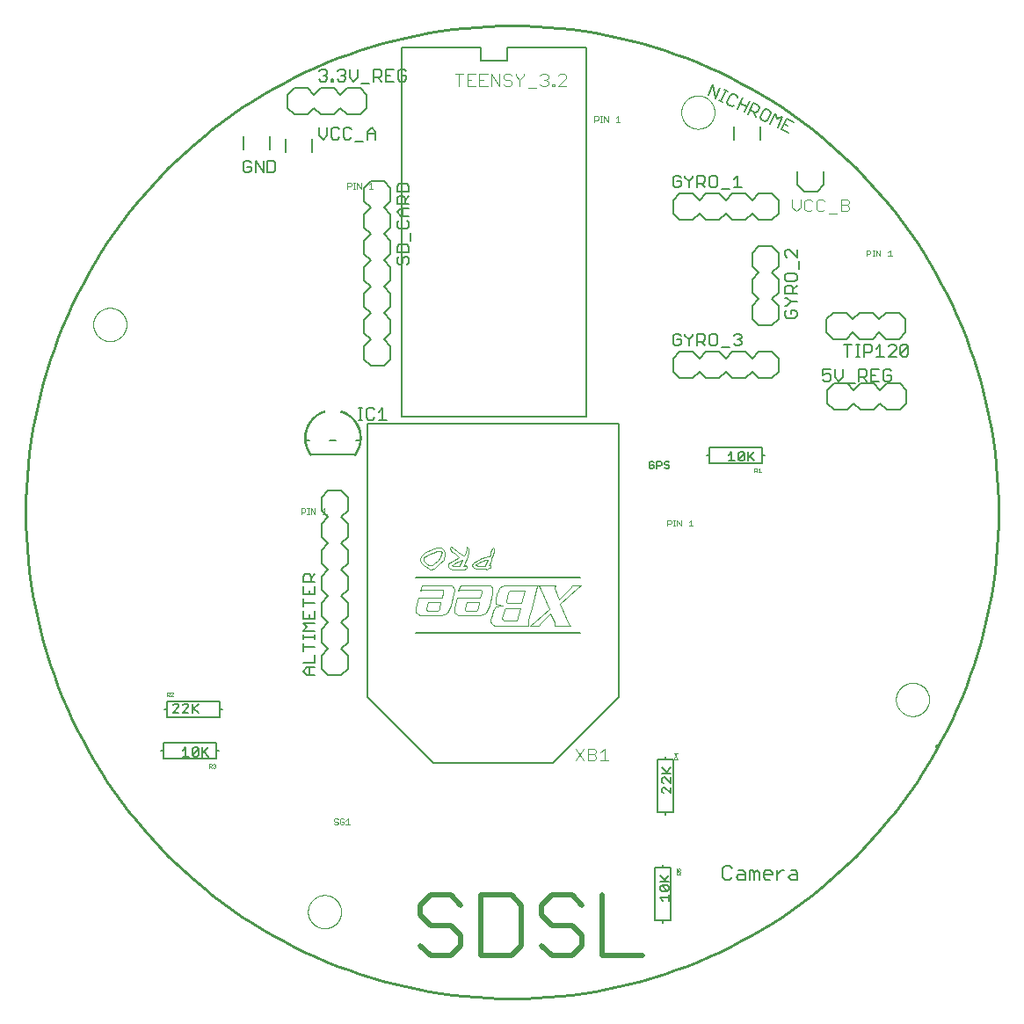
<source format=gto>
G04 EAGLE Gerber X2 export*
G75*
%MOMM*%
%FSLAX34Y34*%
%LPD*%
%AMOC8*
5,1,8,0,0,1.08239X$1,22.5*%
G01*
%ADD10C,0.508000*%
%ADD11C,0.254000*%
%ADD12C,0.127000*%
%ADD13C,0.406400*%
%ADD14C,0.000000*%
%ADD15C,0.050800*%
%ADD16C,0.152400*%
%ADD17C,0.203200*%
%ADD18C,0.101600*%
%ADD19C,0.015238*%
%ADD20C,0.025400*%


D10*
X-49328Y-380281D02*
X-59073Y-370536D01*
X-78563Y-370536D01*
X-88308Y-380281D01*
X-88308Y-390026D01*
X-78563Y-399771D01*
X-59073Y-399771D01*
X-49328Y-409516D01*
X-49328Y-419261D01*
X-59073Y-429006D01*
X-78563Y-429006D01*
X-88308Y-419261D01*
X-29838Y-429006D02*
X-29838Y-370536D01*
X-29838Y-429006D02*
X-603Y-429006D01*
X9142Y-419261D01*
X9142Y-380281D01*
X-603Y-370536D01*
X-29838Y-370536D01*
X57867Y-370536D02*
X67612Y-380281D01*
X57867Y-370536D02*
X38377Y-370536D01*
X28632Y-380281D01*
X28632Y-390026D01*
X38377Y-399771D01*
X57867Y-399771D01*
X67612Y-409516D01*
X67612Y-419261D01*
X57867Y-429006D01*
X38377Y-429006D01*
X28632Y-419261D01*
X87102Y-429006D02*
X87102Y-370536D01*
X87102Y-429006D02*
X126082Y-429006D01*
D11*
X-468441Y-1524D02*
X-468300Y9972D01*
X-467877Y21461D01*
X-467172Y32937D01*
X-466185Y44391D01*
X-464918Y55818D01*
X-463371Y67211D01*
X-461544Y78562D01*
X-459440Y89864D01*
X-457059Y101112D01*
X-454402Y112298D01*
X-451472Y123415D01*
X-448270Y134457D01*
X-444798Y145417D01*
X-441058Y156289D01*
X-437052Y167066D01*
X-432783Y177741D01*
X-428253Y188308D01*
X-423466Y198760D01*
X-418423Y209092D01*
X-413128Y219298D01*
X-407584Y229370D01*
X-401795Y239303D01*
X-395764Y249091D01*
X-389494Y258728D01*
X-382990Y268208D01*
X-376255Y277526D01*
X-369294Y286676D01*
X-362110Y295652D01*
X-354708Y304449D01*
X-347092Y313062D01*
X-339267Y321485D01*
X-331238Y329714D01*
X-323009Y337743D01*
X-314586Y345568D01*
X-305973Y353184D01*
X-297176Y360586D01*
X-288200Y367770D01*
X-279050Y374731D01*
X-269732Y381466D01*
X-260252Y387970D01*
X-250615Y394240D01*
X-240827Y400271D01*
X-230894Y406060D01*
X-220822Y411604D01*
X-210616Y416899D01*
X-200284Y421942D01*
X-189832Y426729D01*
X-179265Y431259D01*
X-168590Y435528D01*
X-157813Y439534D01*
X-146941Y443274D01*
X-135981Y446746D01*
X-124939Y449948D01*
X-113822Y452878D01*
X-102636Y455535D01*
X-91388Y457916D01*
X-80086Y460020D01*
X-68735Y461847D01*
X-57342Y463394D01*
X-45915Y464661D01*
X-34461Y465648D01*
X-22985Y466353D01*
X-11496Y466776D01*
X0Y466917D01*
X11496Y466776D01*
X22985Y466353D01*
X34461Y465648D01*
X45915Y464661D01*
X57342Y463394D01*
X68735Y461847D01*
X80086Y460020D01*
X91388Y457916D01*
X102636Y455535D01*
X113822Y452878D01*
X124939Y449948D01*
X135981Y446746D01*
X146941Y443274D01*
X157813Y439534D01*
X168590Y435528D01*
X179265Y431259D01*
X189832Y426729D01*
X200284Y421942D01*
X210616Y416899D01*
X220822Y411604D01*
X230894Y406060D01*
X240827Y400271D01*
X250615Y394240D01*
X260252Y387970D01*
X269732Y381466D01*
X279050Y374731D01*
X288200Y367770D01*
X297176Y360586D01*
X305973Y353184D01*
X314586Y345568D01*
X323009Y337743D01*
X331238Y329714D01*
X339267Y321485D01*
X347092Y313062D01*
X354708Y304449D01*
X362110Y295652D01*
X369294Y286676D01*
X376255Y277526D01*
X382990Y268208D01*
X389494Y258728D01*
X395764Y249091D01*
X401795Y239303D01*
X407584Y229370D01*
X413128Y219298D01*
X418423Y209092D01*
X423466Y198760D01*
X428253Y188308D01*
X432783Y177741D01*
X437052Y167066D01*
X441058Y156289D01*
X444798Y145417D01*
X448270Y134457D01*
X451472Y123415D01*
X454402Y112298D01*
X457059Y101112D01*
X459440Y89864D01*
X461544Y78562D01*
X463371Y67211D01*
X464918Y55818D01*
X466185Y44391D01*
X467172Y32937D01*
X467877Y21461D01*
X468300Y9972D01*
X468441Y-1524D01*
X468300Y-13020D01*
X467877Y-24509D01*
X467172Y-35985D01*
X466185Y-47439D01*
X464918Y-58866D01*
X463371Y-70259D01*
X461544Y-81610D01*
X459440Y-92912D01*
X457059Y-104160D01*
X454402Y-115346D01*
X451472Y-126463D01*
X448270Y-137505D01*
X444798Y-148465D01*
X441058Y-159337D01*
X437052Y-170114D01*
X432783Y-180789D01*
X428253Y-191356D01*
X423466Y-201808D01*
X418423Y-212140D01*
X413128Y-222346D01*
X407584Y-232418D01*
X401795Y-242351D01*
X395764Y-252139D01*
X389494Y-261776D01*
X382990Y-271256D01*
X376255Y-280574D01*
X369294Y-289724D01*
X362110Y-298700D01*
X354708Y-307497D01*
X347092Y-316110D01*
X339267Y-324533D01*
X331238Y-332762D01*
X323009Y-340791D01*
X314586Y-348616D01*
X305973Y-356232D01*
X297176Y-363634D01*
X288200Y-370818D01*
X279050Y-377779D01*
X269732Y-384514D01*
X260252Y-391018D01*
X250615Y-397288D01*
X240827Y-403319D01*
X230894Y-409108D01*
X220822Y-414652D01*
X210616Y-419947D01*
X200284Y-424990D01*
X189832Y-429777D01*
X179265Y-434307D01*
X168590Y-438576D01*
X157813Y-442582D01*
X146941Y-446322D01*
X135981Y-449794D01*
X124939Y-452996D01*
X113822Y-455926D01*
X102636Y-458583D01*
X91388Y-460964D01*
X80086Y-463068D01*
X68735Y-464895D01*
X57342Y-466442D01*
X45915Y-467709D01*
X34461Y-468696D01*
X22985Y-469401D01*
X11496Y-469824D01*
X0Y-469965D01*
X-11496Y-469824D01*
X-22985Y-469401D01*
X-34461Y-468696D01*
X-45915Y-467709D01*
X-57342Y-466442D01*
X-68735Y-464895D01*
X-80086Y-463068D01*
X-91388Y-460964D01*
X-102636Y-458583D01*
X-113822Y-455926D01*
X-124939Y-452996D01*
X-135981Y-449794D01*
X-146941Y-446322D01*
X-157813Y-442582D01*
X-168590Y-438576D01*
X-179265Y-434307D01*
X-189832Y-429777D01*
X-200284Y-424990D01*
X-210616Y-419947D01*
X-220822Y-414652D01*
X-230894Y-409108D01*
X-240827Y-403319D01*
X-250615Y-397288D01*
X-260252Y-391018D01*
X-269732Y-384514D01*
X-279050Y-377779D01*
X-288200Y-370818D01*
X-297176Y-363634D01*
X-305973Y-356232D01*
X-314586Y-348616D01*
X-323009Y-340791D01*
X-331238Y-332762D01*
X-339267Y-324533D01*
X-347092Y-316110D01*
X-354708Y-307497D01*
X-362110Y-298700D01*
X-369294Y-289724D01*
X-376255Y-280574D01*
X-382990Y-271256D01*
X-389494Y-261776D01*
X-395764Y-252139D01*
X-401795Y-242351D01*
X-407584Y-232418D01*
X-413128Y-222346D01*
X-418423Y-212140D01*
X-423466Y-201808D01*
X-428253Y-191356D01*
X-432783Y-180789D01*
X-437052Y-170114D01*
X-441058Y-159337D01*
X-444798Y-148465D01*
X-448270Y-137505D01*
X-451472Y-126463D01*
X-454402Y-115346D01*
X-457059Y-104160D01*
X-459440Y-92912D01*
X-461544Y-81610D01*
X-463371Y-70259D01*
X-464918Y-58866D01*
X-466185Y-47439D01*
X-467172Y-35985D01*
X-467877Y-24509D01*
X-468300Y-13020D01*
X-468441Y-1524D01*
D12*
X209556Y-342508D02*
X211716Y-344669D01*
X209556Y-342508D02*
X205234Y-342508D01*
X203073Y-344669D01*
X203073Y-353312D01*
X205234Y-355473D01*
X209556Y-355473D01*
X211716Y-353312D01*
X218331Y-346830D02*
X222653Y-346830D01*
X224814Y-348990D01*
X224814Y-355473D01*
X218331Y-355473D01*
X216170Y-353312D01*
X218331Y-351151D01*
X224814Y-351151D01*
X229268Y-346830D02*
X229268Y-355473D01*
X229268Y-346830D02*
X231428Y-346830D01*
X233589Y-348990D01*
X233589Y-355473D01*
X233589Y-348990D02*
X235750Y-346830D01*
X237911Y-348990D01*
X237911Y-355473D01*
X244526Y-355473D02*
X248847Y-355473D01*
X244526Y-355473D02*
X242365Y-353312D01*
X242365Y-348990D01*
X244526Y-346830D01*
X248847Y-346830D01*
X251008Y-348990D01*
X251008Y-351151D01*
X242365Y-351151D01*
X255462Y-355473D02*
X255462Y-346830D01*
X255462Y-351151D02*
X259784Y-346830D01*
X261945Y-346830D01*
X268537Y-346830D02*
X272859Y-346830D01*
X275020Y-348990D01*
X275020Y-355473D01*
X268537Y-355473D01*
X266376Y-353312D01*
X268537Y-351151D01*
X275020Y-351151D01*
D13*
X409634Y-227580D02*
X409742Y-227350D01*
D14*
X163070Y383540D02*
X163075Y383933D01*
X163089Y384325D01*
X163113Y384717D01*
X163147Y385108D01*
X163190Y385499D01*
X163243Y385888D01*
X163306Y386275D01*
X163377Y386661D01*
X163459Y387046D01*
X163549Y387428D01*
X163650Y387807D01*
X163759Y388185D01*
X163878Y388559D01*
X164005Y388930D01*
X164142Y389298D01*
X164288Y389663D01*
X164443Y390024D01*
X164606Y390381D01*
X164778Y390734D01*
X164959Y391082D01*
X165149Y391426D01*
X165346Y391766D01*
X165552Y392100D01*
X165766Y392429D01*
X165989Y392753D01*
X166219Y393071D01*
X166456Y393384D01*
X166702Y393690D01*
X166955Y393991D01*
X167215Y394285D01*
X167482Y394573D01*
X167756Y394854D01*
X168037Y395128D01*
X168325Y395395D01*
X168619Y395655D01*
X168920Y395908D01*
X169226Y396154D01*
X169539Y396391D01*
X169857Y396621D01*
X170181Y396844D01*
X170510Y397058D01*
X170844Y397264D01*
X171184Y397461D01*
X171528Y397651D01*
X171876Y397832D01*
X172229Y398004D01*
X172586Y398167D01*
X172947Y398322D01*
X173312Y398468D01*
X173680Y398605D01*
X174051Y398732D01*
X174425Y398851D01*
X174803Y398960D01*
X175182Y399061D01*
X175564Y399151D01*
X175949Y399233D01*
X176335Y399304D01*
X176722Y399367D01*
X177111Y399420D01*
X177502Y399463D01*
X177893Y399497D01*
X178285Y399521D01*
X178677Y399535D01*
X179070Y399540D01*
X179463Y399535D01*
X179855Y399521D01*
X180247Y399497D01*
X180638Y399463D01*
X181029Y399420D01*
X181418Y399367D01*
X181805Y399304D01*
X182191Y399233D01*
X182576Y399151D01*
X182958Y399061D01*
X183337Y398960D01*
X183715Y398851D01*
X184089Y398732D01*
X184460Y398605D01*
X184828Y398468D01*
X185193Y398322D01*
X185554Y398167D01*
X185911Y398004D01*
X186264Y397832D01*
X186612Y397651D01*
X186956Y397461D01*
X187296Y397264D01*
X187630Y397058D01*
X187959Y396844D01*
X188283Y396621D01*
X188601Y396391D01*
X188914Y396154D01*
X189220Y395908D01*
X189521Y395655D01*
X189815Y395395D01*
X190103Y395128D01*
X190384Y394854D01*
X190658Y394573D01*
X190925Y394285D01*
X191185Y393991D01*
X191438Y393690D01*
X191684Y393384D01*
X191921Y393071D01*
X192151Y392753D01*
X192374Y392429D01*
X192588Y392100D01*
X192794Y391766D01*
X192991Y391426D01*
X193181Y391082D01*
X193362Y390734D01*
X193534Y390381D01*
X193697Y390024D01*
X193852Y389663D01*
X193998Y389298D01*
X194135Y388930D01*
X194262Y388559D01*
X194381Y388185D01*
X194490Y387807D01*
X194591Y387428D01*
X194681Y387046D01*
X194763Y386661D01*
X194834Y386275D01*
X194897Y385888D01*
X194950Y385499D01*
X194993Y385108D01*
X195027Y384717D01*
X195051Y384325D01*
X195065Y383933D01*
X195070Y383540D01*
X195065Y383147D01*
X195051Y382755D01*
X195027Y382363D01*
X194993Y381972D01*
X194950Y381581D01*
X194897Y381192D01*
X194834Y380805D01*
X194763Y380419D01*
X194681Y380034D01*
X194591Y379652D01*
X194490Y379273D01*
X194381Y378895D01*
X194262Y378521D01*
X194135Y378150D01*
X193998Y377782D01*
X193852Y377417D01*
X193697Y377056D01*
X193534Y376699D01*
X193362Y376346D01*
X193181Y375998D01*
X192991Y375654D01*
X192794Y375314D01*
X192588Y374980D01*
X192374Y374651D01*
X192151Y374327D01*
X191921Y374009D01*
X191684Y373696D01*
X191438Y373390D01*
X191185Y373089D01*
X190925Y372795D01*
X190658Y372507D01*
X190384Y372226D01*
X190103Y371952D01*
X189815Y371685D01*
X189521Y371425D01*
X189220Y371172D01*
X188914Y370926D01*
X188601Y370689D01*
X188283Y370459D01*
X187959Y370236D01*
X187630Y370022D01*
X187296Y369816D01*
X186956Y369619D01*
X186612Y369429D01*
X186264Y369248D01*
X185911Y369076D01*
X185554Y368913D01*
X185193Y368758D01*
X184828Y368612D01*
X184460Y368475D01*
X184089Y368348D01*
X183715Y368229D01*
X183337Y368120D01*
X182958Y368019D01*
X182576Y367929D01*
X182191Y367847D01*
X181805Y367776D01*
X181418Y367713D01*
X181029Y367660D01*
X180638Y367617D01*
X180247Y367583D01*
X179855Y367559D01*
X179463Y367545D01*
X179070Y367540D01*
X178677Y367545D01*
X178285Y367559D01*
X177893Y367583D01*
X177502Y367617D01*
X177111Y367660D01*
X176722Y367713D01*
X176335Y367776D01*
X175949Y367847D01*
X175564Y367929D01*
X175182Y368019D01*
X174803Y368120D01*
X174425Y368229D01*
X174051Y368348D01*
X173680Y368475D01*
X173312Y368612D01*
X172947Y368758D01*
X172586Y368913D01*
X172229Y369076D01*
X171876Y369248D01*
X171528Y369429D01*
X171184Y369619D01*
X170844Y369816D01*
X170510Y370022D01*
X170181Y370236D01*
X169857Y370459D01*
X169539Y370689D01*
X169226Y370926D01*
X168920Y371172D01*
X168619Y371425D01*
X168325Y371685D01*
X168037Y371952D01*
X167756Y372226D01*
X167482Y372507D01*
X167215Y372795D01*
X166955Y373089D01*
X166702Y373390D01*
X166456Y373696D01*
X166219Y374009D01*
X165989Y374327D01*
X165766Y374651D01*
X165552Y374980D01*
X165346Y375314D01*
X165149Y375654D01*
X164959Y375998D01*
X164778Y376346D01*
X164606Y376699D01*
X164443Y377056D01*
X164288Y377417D01*
X164142Y377782D01*
X164005Y378150D01*
X163878Y378521D01*
X163759Y378895D01*
X163650Y379273D01*
X163549Y379652D01*
X163459Y380034D01*
X163377Y380419D01*
X163306Y380805D01*
X163243Y381192D01*
X163190Y381581D01*
X163147Y381972D01*
X163113Y382363D01*
X163089Y382755D01*
X163075Y383147D01*
X163070Y383540D01*
X369826Y-182118D02*
X369831Y-181725D01*
X369845Y-181333D01*
X369869Y-180941D01*
X369903Y-180550D01*
X369946Y-180159D01*
X369999Y-179770D01*
X370062Y-179383D01*
X370133Y-178997D01*
X370215Y-178612D01*
X370305Y-178230D01*
X370406Y-177851D01*
X370515Y-177473D01*
X370634Y-177099D01*
X370761Y-176728D01*
X370898Y-176360D01*
X371044Y-175995D01*
X371199Y-175634D01*
X371362Y-175277D01*
X371534Y-174924D01*
X371715Y-174576D01*
X371905Y-174232D01*
X372102Y-173892D01*
X372308Y-173558D01*
X372522Y-173229D01*
X372745Y-172905D01*
X372975Y-172587D01*
X373212Y-172274D01*
X373458Y-171968D01*
X373711Y-171667D01*
X373971Y-171373D01*
X374238Y-171085D01*
X374512Y-170804D01*
X374793Y-170530D01*
X375081Y-170263D01*
X375375Y-170003D01*
X375676Y-169750D01*
X375982Y-169504D01*
X376295Y-169267D01*
X376613Y-169037D01*
X376937Y-168814D01*
X377266Y-168600D01*
X377600Y-168394D01*
X377940Y-168197D01*
X378284Y-168007D01*
X378632Y-167826D01*
X378985Y-167654D01*
X379342Y-167491D01*
X379703Y-167336D01*
X380068Y-167190D01*
X380436Y-167053D01*
X380807Y-166926D01*
X381181Y-166807D01*
X381559Y-166698D01*
X381938Y-166597D01*
X382320Y-166507D01*
X382705Y-166425D01*
X383091Y-166354D01*
X383478Y-166291D01*
X383867Y-166238D01*
X384258Y-166195D01*
X384649Y-166161D01*
X385041Y-166137D01*
X385433Y-166123D01*
X385826Y-166118D01*
X386219Y-166123D01*
X386611Y-166137D01*
X387003Y-166161D01*
X387394Y-166195D01*
X387785Y-166238D01*
X388174Y-166291D01*
X388561Y-166354D01*
X388947Y-166425D01*
X389332Y-166507D01*
X389714Y-166597D01*
X390093Y-166698D01*
X390471Y-166807D01*
X390845Y-166926D01*
X391216Y-167053D01*
X391584Y-167190D01*
X391949Y-167336D01*
X392310Y-167491D01*
X392667Y-167654D01*
X393020Y-167826D01*
X393368Y-168007D01*
X393712Y-168197D01*
X394052Y-168394D01*
X394386Y-168600D01*
X394715Y-168814D01*
X395039Y-169037D01*
X395357Y-169267D01*
X395670Y-169504D01*
X395976Y-169750D01*
X396277Y-170003D01*
X396571Y-170263D01*
X396859Y-170530D01*
X397140Y-170804D01*
X397414Y-171085D01*
X397681Y-171373D01*
X397941Y-171667D01*
X398194Y-171968D01*
X398440Y-172274D01*
X398677Y-172587D01*
X398907Y-172905D01*
X399130Y-173229D01*
X399344Y-173558D01*
X399550Y-173892D01*
X399747Y-174232D01*
X399937Y-174576D01*
X400118Y-174924D01*
X400290Y-175277D01*
X400453Y-175634D01*
X400608Y-175995D01*
X400754Y-176360D01*
X400891Y-176728D01*
X401018Y-177099D01*
X401137Y-177473D01*
X401246Y-177851D01*
X401347Y-178230D01*
X401437Y-178612D01*
X401519Y-178997D01*
X401590Y-179383D01*
X401653Y-179770D01*
X401706Y-180159D01*
X401749Y-180550D01*
X401783Y-180941D01*
X401807Y-181333D01*
X401821Y-181725D01*
X401826Y-182118D01*
X401821Y-182511D01*
X401807Y-182903D01*
X401783Y-183295D01*
X401749Y-183686D01*
X401706Y-184077D01*
X401653Y-184466D01*
X401590Y-184853D01*
X401519Y-185239D01*
X401437Y-185624D01*
X401347Y-186006D01*
X401246Y-186385D01*
X401137Y-186763D01*
X401018Y-187137D01*
X400891Y-187508D01*
X400754Y-187876D01*
X400608Y-188241D01*
X400453Y-188602D01*
X400290Y-188959D01*
X400118Y-189312D01*
X399937Y-189660D01*
X399747Y-190004D01*
X399550Y-190344D01*
X399344Y-190678D01*
X399130Y-191007D01*
X398907Y-191331D01*
X398677Y-191649D01*
X398440Y-191962D01*
X398194Y-192268D01*
X397941Y-192569D01*
X397681Y-192863D01*
X397414Y-193151D01*
X397140Y-193432D01*
X396859Y-193706D01*
X396571Y-193973D01*
X396277Y-194233D01*
X395976Y-194486D01*
X395670Y-194732D01*
X395357Y-194969D01*
X395039Y-195199D01*
X394715Y-195422D01*
X394386Y-195636D01*
X394052Y-195842D01*
X393712Y-196039D01*
X393368Y-196229D01*
X393020Y-196410D01*
X392667Y-196582D01*
X392310Y-196745D01*
X391949Y-196900D01*
X391584Y-197046D01*
X391216Y-197183D01*
X390845Y-197310D01*
X390471Y-197429D01*
X390093Y-197538D01*
X389714Y-197639D01*
X389332Y-197729D01*
X388947Y-197811D01*
X388561Y-197882D01*
X388174Y-197945D01*
X387785Y-197998D01*
X387394Y-198041D01*
X387003Y-198075D01*
X386611Y-198099D01*
X386219Y-198113D01*
X385826Y-198118D01*
X385433Y-198113D01*
X385041Y-198099D01*
X384649Y-198075D01*
X384258Y-198041D01*
X383867Y-197998D01*
X383478Y-197945D01*
X383091Y-197882D01*
X382705Y-197811D01*
X382320Y-197729D01*
X381938Y-197639D01*
X381559Y-197538D01*
X381181Y-197429D01*
X380807Y-197310D01*
X380436Y-197183D01*
X380068Y-197046D01*
X379703Y-196900D01*
X379342Y-196745D01*
X378985Y-196582D01*
X378632Y-196410D01*
X378284Y-196229D01*
X377940Y-196039D01*
X377600Y-195842D01*
X377266Y-195636D01*
X376937Y-195422D01*
X376613Y-195199D01*
X376295Y-194969D01*
X375982Y-194732D01*
X375676Y-194486D01*
X375375Y-194233D01*
X375081Y-193973D01*
X374793Y-193706D01*
X374512Y-193432D01*
X374238Y-193151D01*
X373971Y-192863D01*
X373711Y-192569D01*
X373458Y-192268D01*
X373212Y-191962D01*
X372975Y-191649D01*
X372745Y-191331D01*
X372522Y-191007D01*
X372308Y-190678D01*
X372102Y-190344D01*
X371905Y-190004D01*
X371715Y-189660D01*
X371534Y-189312D01*
X371362Y-188959D01*
X371199Y-188602D01*
X371044Y-188241D01*
X370898Y-187876D01*
X370761Y-187508D01*
X370634Y-187137D01*
X370515Y-186763D01*
X370406Y-186385D01*
X370305Y-186006D01*
X370215Y-185624D01*
X370133Y-185239D01*
X370062Y-184853D01*
X369999Y-184466D01*
X369946Y-184077D01*
X369903Y-183686D01*
X369869Y-183295D01*
X369845Y-182903D01*
X369831Y-182511D01*
X369826Y-182118D01*
X-403350Y179070D02*
X-403345Y179463D01*
X-403331Y179855D01*
X-403307Y180247D01*
X-403273Y180638D01*
X-403230Y181029D01*
X-403177Y181418D01*
X-403114Y181805D01*
X-403043Y182191D01*
X-402961Y182576D01*
X-402871Y182958D01*
X-402770Y183337D01*
X-402661Y183715D01*
X-402542Y184089D01*
X-402415Y184460D01*
X-402278Y184828D01*
X-402132Y185193D01*
X-401977Y185554D01*
X-401814Y185911D01*
X-401642Y186264D01*
X-401461Y186612D01*
X-401271Y186956D01*
X-401074Y187296D01*
X-400868Y187630D01*
X-400654Y187959D01*
X-400431Y188283D01*
X-400201Y188601D01*
X-399964Y188914D01*
X-399718Y189220D01*
X-399465Y189521D01*
X-399205Y189815D01*
X-398938Y190103D01*
X-398664Y190384D01*
X-398383Y190658D01*
X-398095Y190925D01*
X-397801Y191185D01*
X-397500Y191438D01*
X-397194Y191684D01*
X-396881Y191921D01*
X-396563Y192151D01*
X-396239Y192374D01*
X-395910Y192588D01*
X-395576Y192794D01*
X-395236Y192991D01*
X-394892Y193181D01*
X-394544Y193362D01*
X-394191Y193534D01*
X-393834Y193697D01*
X-393473Y193852D01*
X-393108Y193998D01*
X-392740Y194135D01*
X-392369Y194262D01*
X-391995Y194381D01*
X-391617Y194490D01*
X-391238Y194591D01*
X-390856Y194681D01*
X-390471Y194763D01*
X-390085Y194834D01*
X-389698Y194897D01*
X-389309Y194950D01*
X-388918Y194993D01*
X-388527Y195027D01*
X-388135Y195051D01*
X-387743Y195065D01*
X-387350Y195070D01*
X-386957Y195065D01*
X-386565Y195051D01*
X-386173Y195027D01*
X-385782Y194993D01*
X-385391Y194950D01*
X-385002Y194897D01*
X-384615Y194834D01*
X-384229Y194763D01*
X-383844Y194681D01*
X-383462Y194591D01*
X-383083Y194490D01*
X-382705Y194381D01*
X-382331Y194262D01*
X-381960Y194135D01*
X-381592Y193998D01*
X-381227Y193852D01*
X-380866Y193697D01*
X-380509Y193534D01*
X-380156Y193362D01*
X-379808Y193181D01*
X-379464Y192991D01*
X-379124Y192794D01*
X-378790Y192588D01*
X-378461Y192374D01*
X-378137Y192151D01*
X-377819Y191921D01*
X-377506Y191684D01*
X-377200Y191438D01*
X-376899Y191185D01*
X-376605Y190925D01*
X-376317Y190658D01*
X-376036Y190384D01*
X-375762Y190103D01*
X-375495Y189815D01*
X-375235Y189521D01*
X-374982Y189220D01*
X-374736Y188914D01*
X-374499Y188601D01*
X-374269Y188283D01*
X-374046Y187959D01*
X-373832Y187630D01*
X-373626Y187296D01*
X-373429Y186956D01*
X-373239Y186612D01*
X-373058Y186264D01*
X-372886Y185911D01*
X-372723Y185554D01*
X-372568Y185193D01*
X-372422Y184828D01*
X-372285Y184460D01*
X-372158Y184089D01*
X-372039Y183715D01*
X-371930Y183337D01*
X-371829Y182958D01*
X-371739Y182576D01*
X-371657Y182191D01*
X-371586Y181805D01*
X-371523Y181418D01*
X-371470Y181029D01*
X-371427Y180638D01*
X-371393Y180247D01*
X-371369Y179855D01*
X-371355Y179463D01*
X-371350Y179070D01*
X-371355Y178677D01*
X-371369Y178285D01*
X-371393Y177893D01*
X-371427Y177502D01*
X-371470Y177111D01*
X-371523Y176722D01*
X-371586Y176335D01*
X-371657Y175949D01*
X-371739Y175564D01*
X-371829Y175182D01*
X-371930Y174803D01*
X-372039Y174425D01*
X-372158Y174051D01*
X-372285Y173680D01*
X-372422Y173312D01*
X-372568Y172947D01*
X-372723Y172586D01*
X-372886Y172229D01*
X-373058Y171876D01*
X-373239Y171528D01*
X-373429Y171184D01*
X-373626Y170844D01*
X-373832Y170510D01*
X-374046Y170181D01*
X-374269Y169857D01*
X-374499Y169539D01*
X-374736Y169226D01*
X-374982Y168920D01*
X-375235Y168619D01*
X-375495Y168325D01*
X-375762Y168037D01*
X-376036Y167756D01*
X-376317Y167482D01*
X-376605Y167215D01*
X-376899Y166955D01*
X-377200Y166702D01*
X-377506Y166456D01*
X-377819Y166219D01*
X-378137Y165989D01*
X-378461Y165766D01*
X-378790Y165552D01*
X-379124Y165346D01*
X-379464Y165149D01*
X-379808Y164959D01*
X-380156Y164778D01*
X-380509Y164606D01*
X-380866Y164443D01*
X-381227Y164288D01*
X-381592Y164142D01*
X-381960Y164005D01*
X-382331Y163878D01*
X-382705Y163759D01*
X-383083Y163650D01*
X-383462Y163549D01*
X-383844Y163459D01*
X-384229Y163377D01*
X-384615Y163306D01*
X-385002Y163243D01*
X-385391Y163190D01*
X-385782Y163147D01*
X-386173Y163113D01*
X-386565Y163089D01*
X-386957Y163075D01*
X-387350Y163070D01*
X-387743Y163075D01*
X-388135Y163089D01*
X-388527Y163113D01*
X-388918Y163147D01*
X-389309Y163190D01*
X-389698Y163243D01*
X-390085Y163306D01*
X-390471Y163377D01*
X-390856Y163459D01*
X-391238Y163549D01*
X-391617Y163650D01*
X-391995Y163759D01*
X-392369Y163878D01*
X-392740Y164005D01*
X-393108Y164142D01*
X-393473Y164288D01*
X-393834Y164443D01*
X-394191Y164606D01*
X-394544Y164778D01*
X-394892Y164959D01*
X-395236Y165149D01*
X-395576Y165346D01*
X-395910Y165552D01*
X-396239Y165766D01*
X-396563Y165989D01*
X-396881Y166219D01*
X-397194Y166456D01*
X-397500Y166702D01*
X-397801Y166955D01*
X-398095Y167215D01*
X-398383Y167482D01*
X-398664Y167756D01*
X-398938Y168037D01*
X-399205Y168325D01*
X-399465Y168619D01*
X-399718Y168920D01*
X-399964Y169226D01*
X-400201Y169539D01*
X-400431Y169857D01*
X-400654Y170181D01*
X-400868Y170510D01*
X-401074Y170844D01*
X-401271Y171184D01*
X-401461Y171528D01*
X-401642Y171876D01*
X-401814Y172229D01*
X-401977Y172586D01*
X-402132Y172947D01*
X-402278Y173312D01*
X-402415Y173680D01*
X-402542Y174051D01*
X-402661Y174425D01*
X-402770Y174803D01*
X-402871Y175182D01*
X-402961Y175564D01*
X-403043Y175949D01*
X-403114Y176335D01*
X-403177Y176722D01*
X-403230Y177111D01*
X-403273Y177502D01*
X-403307Y177893D01*
X-403331Y178285D01*
X-403345Y178677D01*
X-403350Y179070D01*
X-196594Y-386588D02*
X-196589Y-386195D01*
X-196575Y-385803D01*
X-196551Y-385411D01*
X-196517Y-385020D01*
X-196474Y-384629D01*
X-196421Y-384240D01*
X-196358Y-383853D01*
X-196287Y-383467D01*
X-196205Y-383082D01*
X-196115Y-382700D01*
X-196014Y-382321D01*
X-195905Y-381943D01*
X-195786Y-381569D01*
X-195659Y-381198D01*
X-195522Y-380830D01*
X-195376Y-380465D01*
X-195221Y-380104D01*
X-195058Y-379747D01*
X-194886Y-379394D01*
X-194705Y-379046D01*
X-194515Y-378702D01*
X-194318Y-378362D01*
X-194112Y-378028D01*
X-193898Y-377699D01*
X-193675Y-377375D01*
X-193445Y-377057D01*
X-193208Y-376744D01*
X-192962Y-376438D01*
X-192709Y-376137D01*
X-192449Y-375843D01*
X-192182Y-375555D01*
X-191908Y-375274D01*
X-191627Y-375000D01*
X-191339Y-374733D01*
X-191045Y-374473D01*
X-190744Y-374220D01*
X-190438Y-373974D01*
X-190125Y-373737D01*
X-189807Y-373507D01*
X-189483Y-373284D01*
X-189154Y-373070D01*
X-188820Y-372864D01*
X-188480Y-372667D01*
X-188136Y-372477D01*
X-187788Y-372296D01*
X-187435Y-372124D01*
X-187078Y-371961D01*
X-186717Y-371806D01*
X-186352Y-371660D01*
X-185984Y-371523D01*
X-185613Y-371396D01*
X-185239Y-371277D01*
X-184861Y-371168D01*
X-184482Y-371067D01*
X-184100Y-370977D01*
X-183715Y-370895D01*
X-183329Y-370824D01*
X-182942Y-370761D01*
X-182553Y-370708D01*
X-182162Y-370665D01*
X-181771Y-370631D01*
X-181379Y-370607D01*
X-180987Y-370593D01*
X-180594Y-370588D01*
X-180201Y-370593D01*
X-179809Y-370607D01*
X-179417Y-370631D01*
X-179026Y-370665D01*
X-178635Y-370708D01*
X-178246Y-370761D01*
X-177859Y-370824D01*
X-177473Y-370895D01*
X-177088Y-370977D01*
X-176706Y-371067D01*
X-176327Y-371168D01*
X-175949Y-371277D01*
X-175575Y-371396D01*
X-175204Y-371523D01*
X-174836Y-371660D01*
X-174471Y-371806D01*
X-174110Y-371961D01*
X-173753Y-372124D01*
X-173400Y-372296D01*
X-173052Y-372477D01*
X-172708Y-372667D01*
X-172368Y-372864D01*
X-172034Y-373070D01*
X-171705Y-373284D01*
X-171381Y-373507D01*
X-171063Y-373737D01*
X-170750Y-373974D01*
X-170444Y-374220D01*
X-170143Y-374473D01*
X-169849Y-374733D01*
X-169561Y-375000D01*
X-169280Y-375274D01*
X-169006Y-375555D01*
X-168739Y-375843D01*
X-168479Y-376137D01*
X-168226Y-376438D01*
X-167980Y-376744D01*
X-167743Y-377057D01*
X-167513Y-377375D01*
X-167290Y-377699D01*
X-167076Y-378028D01*
X-166870Y-378362D01*
X-166673Y-378702D01*
X-166483Y-379046D01*
X-166302Y-379394D01*
X-166130Y-379747D01*
X-165967Y-380104D01*
X-165812Y-380465D01*
X-165666Y-380830D01*
X-165529Y-381198D01*
X-165402Y-381569D01*
X-165283Y-381943D01*
X-165174Y-382321D01*
X-165073Y-382700D01*
X-164983Y-383082D01*
X-164901Y-383467D01*
X-164830Y-383853D01*
X-164767Y-384240D01*
X-164714Y-384629D01*
X-164671Y-385020D01*
X-164637Y-385411D01*
X-164613Y-385803D01*
X-164599Y-386195D01*
X-164594Y-386588D01*
X-164599Y-386981D01*
X-164613Y-387373D01*
X-164637Y-387765D01*
X-164671Y-388156D01*
X-164714Y-388547D01*
X-164767Y-388936D01*
X-164830Y-389323D01*
X-164901Y-389709D01*
X-164983Y-390094D01*
X-165073Y-390476D01*
X-165174Y-390855D01*
X-165283Y-391233D01*
X-165402Y-391607D01*
X-165529Y-391978D01*
X-165666Y-392346D01*
X-165812Y-392711D01*
X-165967Y-393072D01*
X-166130Y-393429D01*
X-166302Y-393782D01*
X-166483Y-394130D01*
X-166673Y-394474D01*
X-166870Y-394814D01*
X-167076Y-395148D01*
X-167290Y-395477D01*
X-167513Y-395801D01*
X-167743Y-396119D01*
X-167980Y-396432D01*
X-168226Y-396738D01*
X-168479Y-397039D01*
X-168739Y-397333D01*
X-169006Y-397621D01*
X-169280Y-397902D01*
X-169561Y-398176D01*
X-169849Y-398443D01*
X-170143Y-398703D01*
X-170444Y-398956D01*
X-170750Y-399202D01*
X-171063Y-399439D01*
X-171381Y-399669D01*
X-171705Y-399892D01*
X-172034Y-400106D01*
X-172368Y-400312D01*
X-172708Y-400509D01*
X-173052Y-400699D01*
X-173400Y-400880D01*
X-173753Y-401052D01*
X-174110Y-401215D01*
X-174471Y-401370D01*
X-174836Y-401516D01*
X-175204Y-401653D01*
X-175575Y-401780D01*
X-175949Y-401899D01*
X-176327Y-402008D01*
X-176706Y-402109D01*
X-177088Y-402199D01*
X-177473Y-402281D01*
X-177859Y-402352D01*
X-178246Y-402415D01*
X-178635Y-402468D01*
X-179026Y-402511D01*
X-179417Y-402545D01*
X-179809Y-402569D01*
X-180201Y-402583D01*
X-180594Y-402588D01*
X-180987Y-402583D01*
X-181379Y-402569D01*
X-181771Y-402545D01*
X-182162Y-402511D01*
X-182553Y-402468D01*
X-182942Y-402415D01*
X-183329Y-402352D01*
X-183715Y-402281D01*
X-184100Y-402199D01*
X-184482Y-402109D01*
X-184861Y-402008D01*
X-185239Y-401899D01*
X-185613Y-401780D01*
X-185984Y-401653D01*
X-186352Y-401516D01*
X-186717Y-401370D01*
X-187078Y-401215D01*
X-187435Y-401052D01*
X-187788Y-400880D01*
X-188136Y-400699D01*
X-188480Y-400509D01*
X-188820Y-400312D01*
X-189154Y-400106D01*
X-189483Y-399892D01*
X-189807Y-399669D01*
X-190125Y-399439D01*
X-190438Y-399202D01*
X-190744Y-398956D01*
X-191045Y-398703D01*
X-191339Y-398443D01*
X-191627Y-398176D01*
X-191908Y-397902D01*
X-192182Y-397621D01*
X-192449Y-397333D01*
X-192709Y-397039D01*
X-192962Y-396738D01*
X-193208Y-396432D01*
X-193445Y-396119D01*
X-193675Y-395801D01*
X-193898Y-395477D01*
X-194112Y-395148D01*
X-194318Y-394814D01*
X-194515Y-394474D01*
X-194705Y-394130D01*
X-194886Y-393782D01*
X-195058Y-393429D01*
X-195221Y-393072D01*
X-195376Y-392711D01*
X-195522Y-392346D01*
X-195659Y-391978D01*
X-195786Y-391607D01*
X-195905Y-391233D01*
X-196014Y-390855D01*
X-196115Y-390476D01*
X-196205Y-390094D01*
X-196287Y-389709D01*
X-196358Y-389323D01*
X-196421Y-388936D01*
X-196474Y-388547D01*
X-196517Y-388156D01*
X-196551Y-387765D01*
X-196575Y-387373D01*
X-196589Y-386981D01*
X-196594Y-386588D01*
D15*
X149606Y-14986D02*
X149606Y-9393D01*
X152402Y-9393D01*
X153335Y-10325D01*
X153335Y-12190D01*
X152402Y-13122D01*
X149606Y-13122D01*
X155219Y-14986D02*
X157083Y-14986D01*
X156151Y-14986D02*
X156151Y-9393D01*
X155219Y-9393D02*
X157083Y-9393D01*
X158961Y-9393D02*
X158961Y-14986D01*
X162690Y-14986D02*
X158961Y-9393D01*
X162690Y-9393D02*
X162690Y-14986D01*
X170187Y-11258D02*
X172052Y-9393D01*
X172052Y-14986D01*
X173916Y-14986D02*
X170187Y-14986D01*
X-202948Y-3549D02*
X-202948Y2044D01*
X-200151Y2044D01*
X-199219Y1112D01*
X-199219Y-753D01*
X-200151Y-1685D01*
X-202948Y-1685D01*
X-197335Y-3549D02*
X-195470Y-3549D01*
X-196403Y-3549D02*
X-196403Y2044D01*
X-197335Y2044D02*
X-195470Y2044D01*
X-193593Y2044D02*
X-193593Y-3549D01*
X-189864Y-3549D02*
X-193593Y2044D01*
X-189864Y2044D02*
X-189864Y-3549D01*
X-182366Y180D02*
X-180502Y2044D01*
X-180502Y-3549D01*
X-182366Y-3549D02*
X-178638Y-3549D01*
X-158496Y309880D02*
X-158496Y315473D01*
X-155700Y315473D01*
X-154768Y314541D01*
X-154768Y312676D01*
X-155700Y311744D01*
X-158496Y311744D01*
X-152883Y309880D02*
X-151019Y309880D01*
X-151951Y309880D02*
X-151951Y315473D01*
X-152883Y315473D02*
X-151019Y315473D01*
X-149141Y315473D02*
X-149141Y309880D01*
X-145412Y309880D02*
X-149141Y315473D01*
X-145412Y315473D02*
X-145412Y309880D01*
X-137915Y313609D02*
X-136050Y315473D01*
X-136050Y309880D01*
X-134186Y309880D02*
X-137915Y309880D01*
X79502Y374142D02*
X79502Y379735D01*
X82298Y379735D01*
X83231Y378803D01*
X83231Y376938D01*
X82298Y376006D01*
X79502Y376006D01*
X85115Y374142D02*
X86979Y374142D01*
X86047Y374142D02*
X86047Y379735D01*
X85115Y379735D02*
X86979Y379735D01*
X88857Y379735D02*
X88857Y374142D01*
X92586Y374142D02*
X88857Y379735D01*
X92586Y379735D02*
X92586Y374142D01*
X100083Y377871D02*
X101948Y379735D01*
X101948Y374142D01*
X103812Y374142D02*
X100083Y374142D01*
X341630Y250703D02*
X341630Y245110D01*
X341630Y250703D02*
X344426Y250703D01*
X345359Y249771D01*
X345359Y247906D01*
X344426Y246974D01*
X341630Y246974D01*
X347243Y245110D02*
X349107Y245110D01*
X348175Y245110D02*
X348175Y250703D01*
X347243Y250703D02*
X349107Y250703D01*
X350985Y250703D02*
X350985Y245110D01*
X354714Y245110D02*
X350985Y250703D01*
X354714Y250703D02*
X354714Y245110D01*
X362211Y248839D02*
X364076Y250703D01*
X364076Y245110D01*
X365940Y245110D02*
X362211Y245110D01*
D16*
X136487Y45893D02*
X135386Y46994D01*
X133183Y46994D01*
X132081Y45893D01*
X132081Y41486D01*
X133183Y40385D01*
X135386Y40385D01*
X136487Y41486D01*
X136487Y43689D01*
X134284Y43689D01*
X139565Y40385D02*
X139565Y46994D01*
X142870Y46994D01*
X143972Y45893D01*
X143972Y43689D01*
X142870Y42588D01*
X139565Y42588D01*
X150354Y46994D02*
X151456Y45893D01*
X150354Y46994D02*
X148151Y46994D01*
X147049Y45893D01*
X147049Y44791D01*
X148151Y43689D01*
X150354Y43689D01*
X151456Y42588D01*
X151456Y41486D01*
X150354Y40385D01*
X148151Y40385D01*
X147049Y41486D01*
D17*
X-4572Y433578D02*
X-29972Y433578D01*
X-4572Y433578D02*
X-4572Y446278D01*
X71628Y446278D01*
X71628Y90678D01*
X-106172Y90678D01*
X-106172Y446278D01*
X-29972Y446278D01*
X-29972Y433578D01*
D18*
X-50966Y420380D02*
X-50966Y408686D01*
X-54864Y420380D02*
X-47068Y420380D01*
X-43170Y420380D02*
X-35374Y420380D01*
X-43170Y420380D02*
X-43170Y408686D01*
X-35374Y408686D01*
X-39272Y414533D02*
X-43170Y414533D01*
X-31476Y420380D02*
X-23680Y420380D01*
X-31476Y420380D02*
X-31476Y408686D01*
X-23680Y408686D01*
X-27578Y414533D02*
X-31476Y414533D01*
X-19782Y408686D02*
X-19782Y420380D01*
X-11986Y408686D01*
X-11986Y420380D01*
X-2241Y420380D02*
X-292Y418431D01*
X-2241Y420380D02*
X-6139Y420380D01*
X-8088Y418431D01*
X-8088Y416482D01*
X-6139Y414533D01*
X-2241Y414533D01*
X-292Y412584D01*
X-292Y410635D01*
X-2241Y408686D01*
X-6139Y408686D01*
X-8088Y410635D01*
X3606Y418431D02*
X3606Y420380D01*
X3606Y418431D02*
X7504Y414533D01*
X11402Y418431D01*
X11402Y420380D01*
X7504Y414533D02*
X7504Y408686D01*
X15300Y406737D02*
X23096Y406737D01*
X26994Y418431D02*
X28943Y420380D01*
X32841Y420380D01*
X34790Y418431D01*
X34790Y416482D01*
X32841Y414533D01*
X30892Y414533D01*
X32841Y414533D02*
X34790Y412584D01*
X34790Y410635D01*
X32841Y408686D01*
X28943Y408686D01*
X26994Y410635D01*
X38688Y410635D02*
X38688Y408686D01*
X38688Y410635D02*
X40637Y410635D01*
X40637Y408686D01*
X38688Y408686D01*
X44535Y408686D02*
X52331Y408686D01*
X44535Y408686D02*
X52331Y416482D01*
X52331Y418431D01*
X50382Y420380D01*
X46484Y420380D01*
X44535Y418431D01*
D17*
X102881Y83886D02*
X102881Y-180164D01*
X39631Y-243414D01*
X-75869Y-243414D01*
X-139119Y-180164D01*
X-139119Y83886D01*
X102881Y83886D01*
D16*
X65710Y-117849D02*
X-92478Y-117849D01*
X-92478Y-64795D02*
X65710Y-64795D01*
D18*
X55963Y-110887D02*
X40645Y-110887D01*
X40645Y-110051D01*
X41063Y-109216D01*
X40645Y-108519D01*
X40645Y-107823D01*
X37164Y-99050D01*
X27277Y-108798D01*
X26720Y-109494D01*
X26303Y-110330D01*
X26163Y-110887D01*
X17391Y-110887D01*
X19201Y-109633D01*
X20593Y-108659D01*
X22543Y-106988D01*
X35632Y-94734D01*
X27834Y-75517D01*
X25606Y-72454D01*
X25189Y-72454D01*
X24353Y-73289D01*
X23239Y-76631D01*
X21568Y-82897D01*
X19619Y-90835D01*
X15998Y-105595D01*
X15441Y-108102D01*
X15441Y-110887D01*
X-16169Y-110887D01*
X-17840Y-110469D01*
X-18954Y-109773D01*
X-19789Y-108241D01*
X-20346Y-106848D01*
X-20346Y-104481D01*
X-19928Y-103367D01*
X-18257Y-96405D01*
X-17700Y-95012D01*
X-15612Y-92923D01*
X-13941Y-92227D01*
X-11713Y-91670D01*
X-8928Y-91670D01*
X-12966Y-91113D01*
X-15890Y-89721D01*
X-16029Y-89442D01*
X-16029Y-85682D01*
X-14498Y-79555D01*
X-13523Y-78024D01*
X-13244Y-76353D01*
X-11156Y-73985D01*
X-9485Y-73150D01*
X-6839Y-72314D01*
X41481Y-72314D01*
X40645Y-73846D01*
X40645Y-74821D01*
X45101Y-85822D01*
X56659Y-74542D01*
X57912Y-72314D01*
X66128Y-72314D01*
X62647Y-74821D01*
X46494Y-89999D01*
X54431Y-109355D01*
X55963Y-110887D01*
X4858Y-106152D02*
X-7953Y-106152D01*
X-9206Y-105456D01*
X-9345Y-103228D01*
X-7396Y-95848D01*
X-6978Y-94873D01*
X-6143Y-94316D01*
X7782Y-94316D01*
X4858Y-106152D01*
X8757Y-89303D02*
X-3915Y-89303D01*
X-5029Y-88885D01*
X-5725Y-87910D01*
X-5725Y-87493D01*
X-3636Y-79277D01*
X-3079Y-78441D01*
X-2104Y-77327D01*
X-1547Y-77049D01*
X11960Y-77049D01*
X8757Y-89303D01*
X-31765Y-88189D02*
X-32739Y-93898D01*
X-33157Y-95012D01*
X-33714Y-95987D01*
X-34550Y-96405D01*
X-44436Y-96405D01*
X-44993Y-96265D01*
X-45411Y-95848D01*
X-45411Y-94037D01*
X-43879Y-88050D01*
X-31904Y-88050D01*
X-31765Y-88189D01*
X-22156Y-72314D02*
X-49728Y-72314D01*
X-22156Y-72314D02*
X-21042Y-72593D01*
X-19928Y-73428D01*
X-19232Y-74403D01*
X-18814Y-75935D01*
X-18814Y-77327D01*
X-19093Y-79555D01*
X-21878Y-91949D01*
X-22296Y-93480D01*
X-23967Y-96822D01*
X-25220Y-98633D01*
X-27448Y-100025D01*
X-29119Y-100582D01*
X-29954Y-100721D01*
X-51817Y-100721D01*
X-53348Y-100164D01*
X-55159Y-98772D01*
X-55716Y-98215D01*
X-55716Y-93341D01*
X-53348Y-83733D01*
X-30511Y-83733D01*
X-29397Y-78998D01*
X-29119Y-78163D01*
X-29258Y-77188D01*
X-29815Y-76770D01*
X-49867Y-76770D01*
X-51677Y-77049D01*
X-49728Y-72314D01*
X-68805Y-88189D02*
X-69779Y-93898D01*
X-70197Y-95012D01*
X-70754Y-95987D01*
X-71590Y-96405D01*
X-81476Y-96405D01*
X-82033Y-96265D01*
X-82451Y-95848D01*
X-82451Y-94037D01*
X-80919Y-88050D01*
X-68944Y-88050D01*
X-68805Y-88189D01*
X-59196Y-72314D02*
X-86768Y-72314D01*
X-59196Y-72314D02*
X-58082Y-72593D01*
X-56968Y-73428D01*
X-56272Y-74403D01*
X-55854Y-75935D01*
X-55854Y-77327D01*
X-56133Y-79555D01*
X-58918Y-91949D01*
X-59336Y-93480D01*
X-61007Y-96822D01*
X-62260Y-98633D01*
X-64488Y-100025D01*
X-66159Y-100582D01*
X-66994Y-100721D01*
X-88857Y-100721D01*
X-90388Y-100164D01*
X-92199Y-98772D01*
X-92756Y-98215D01*
X-92756Y-93341D01*
X-90388Y-83733D01*
X-67551Y-83733D01*
X-66437Y-78998D01*
X-66159Y-78163D01*
X-66298Y-77188D01*
X-66855Y-76770D01*
X-86907Y-76770D01*
X-88717Y-77049D01*
X-86768Y-72314D01*
X-22296Y-55047D02*
X-21042Y-55047D01*
X-22296Y-55047D02*
X-23410Y-55883D01*
X-24524Y-56997D01*
X-25777Y-56301D01*
X-30790Y-56301D01*
X-34828Y-55883D01*
X-37613Y-54212D01*
X-38309Y-52959D01*
X-38309Y-52402D01*
X-37752Y-51148D01*
X-36917Y-50174D01*
X-35246Y-49060D01*
X-29119Y-45996D01*
X-25916Y-44743D01*
X-23410Y-44186D01*
X-22574Y-44047D01*
X-21599Y-44047D01*
X-21182Y-42793D01*
X-20346Y-40287D01*
X-19650Y-38059D01*
X-19093Y-37084D01*
X-18814Y-36527D01*
X-18257Y-36249D01*
X-17561Y-36666D01*
X-17004Y-37502D01*
X-17004Y-38477D01*
X-17283Y-39591D01*
X-18536Y-42236D01*
X-19371Y-44186D01*
X-19650Y-45996D01*
X-20068Y-47667D01*
X-20764Y-49895D01*
X-21460Y-51566D01*
X-22156Y-52680D01*
X-21042Y-52680D01*
X-21042Y-55047D01*
X-25916Y-53516D02*
X-33018Y-53516D01*
X-34689Y-52819D01*
X-35107Y-52541D01*
X-34967Y-52123D01*
X-34271Y-51566D01*
X-32043Y-50452D01*
X-30233Y-49199D01*
X-27726Y-48503D01*
X-25916Y-47806D01*
X-24802Y-47667D01*
X-23131Y-47667D01*
X-25638Y-52819D01*
X-25916Y-53516D01*
X-44297Y-53376D02*
X-44715Y-52819D01*
X-44297Y-53376D02*
X-43601Y-53794D01*
X-43322Y-54351D01*
X-43462Y-55187D01*
X-44297Y-56022D01*
X-45829Y-56579D01*
X-47639Y-57275D01*
X-55716Y-57275D01*
X-57387Y-56858D01*
X-59336Y-56161D01*
X-60450Y-55465D01*
X-61425Y-54351D01*
X-61703Y-53655D01*
X-61007Y-52402D01*
X-61007Y-51288D01*
X-59893Y-50174D01*
X-58361Y-49199D01*
X-55298Y-47806D01*
X-52374Y-45996D01*
X-50981Y-45161D01*
X-53070Y-43072D01*
X-55716Y-41262D01*
X-57665Y-39730D01*
X-58779Y-38337D01*
X-59336Y-36945D01*
X-59475Y-36109D01*
X-59058Y-35274D01*
X-58640Y-35135D01*
X-57526Y-35970D01*
X-52095Y-40287D01*
X-46943Y-43768D01*
X-45968Y-43768D01*
X-45690Y-42793D01*
X-44715Y-40008D01*
X-43879Y-37502D01*
X-43322Y-36109D01*
X-43322Y-35274D01*
X-41791Y-36666D01*
X-41651Y-38755D01*
X-41930Y-40148D01*
X-43183Y-44604D01*
X-43879Y-47110D01*
X-45411Y-50591D01*
X-46386Y-52402D01*
X-46804Y-53376D01*
X-45829Y-53516D01*
X-44715Y-52680D01*
X-44715Y-52819D01*
X-50703Y-53933D02*
X-55716Y-53933D01*
X-57387Y-53655D01*
X-57804Y-52819D01*
X-56830Y-52541D01*
X-55437Y-51148D01*
X-53488Y-50034D01*
X-51677Y-49060D01*
X-49589Y-48642D01*
X-47918Y-47806D01*
X-50563Y-52541D01*
X-50703Y-53933D01*
X-76603Y-52541D02*
X-80084Y-52541D01*
X-81755Y-51984D01*
X-84819Y-48781D01*
X-84819Y-45439D01*
X-82034Y-43490D01*
X-79110Y-41819D01*
X-75628Y-40705D01*
X-72286Y-39451D01*
X-68944Y-39312D01*
X-67691Y-40008D01*
X-67830Y-41401D01*
X-69084Y-45439D01*
X-71451Y-48642D01*
X-75071Y-51427D01*
X-76603Y-52541D01*
X-78135Y-57275D02*
X-79527Y-56718D01*
X-80502Y-55604D01*
X-80641Y-54908D01*
X-82591Y-54351D01*
X-85376Y-52402D01*
X-87743Y-50452D01*
X-88439Y-47806D01*
X-88161Y-45996D01*
X-86629Y-43211D01*
X-83983Y-41122D01*
X-82034Y-39173D01*
X-78413Y-38337D01*
X-75768Y-36666D01*
X-71729Y-36109D01*
X-68527Y-36109D01*
X-66159Y-37641D01*
X-64767Y-40287D01*
X-64906Y-43072D01*
X-65602Y-46414D01*
X-66020Y-47528D01*
X-69780Y-51288D01*
X-75071Y-55744D01*
X-77996Y-57275D01*
X61607Y-229362D02*
X69403Y-241056D01*
X61607Y-241056D02*
X69403Y-229362D01*
X73301Y-229362D02*
X73301Y-241056D01*
X73301Y-229362D02*
X79148Y-229362D01*
X81097Y-231311D01*
X81097Y-233260D01*
X79148Y-235209D01*
X81097Y-237158D01*
X81097Y-239107D01*
X79148Y-241056D01*
X73301Y-241056D01*
X73301Y-235209D02*
X79148Y-235209D01*
X84995Y-233260D02*
X88893Y-229362D01*
X88893Y-241056D01*
X84995Y-241056D02*
X92791Y-241056D01*
D17*
X-117094Y145629D02*
X-117094Y158329D01*
X-117094Y145629D02*
X-123444Y139279D01*
X-136144Y139279D02*
X-142494Y145629D01*
X-117094Y183729D02*
X-123444Y190079D01*
X-117094Y183729D02*
X-117094Y171029D01*
X-123444Y164679D01*
X-136144Y164679D02*
X-142494Y171029D01*
X-142494Y183729D01*
X-136144Y190079D01*
X-123444Y164679D02*
X-117094Y158329D01*
X-136144Y164679D02*
X-142494Y158329D01*
X-142494Y145629D01*
X-117094Y221829D02*
X-117094Y234529D01*
X-117094Y221829D02*
X-123444Y215479D01*
X-136144Y215479D02*
X-142494Y221829D01*
X-123444Y215479D02*
X-117094Y209129D01*
X-117094Y196429D01*
X-123444Y190079D01*
X-136144Y190079D02*
X-142494Y196429D01*
X-142494Y209129D01*
X-136144Y215479D01*
X-117094Y259929D02*
X-123444Y266279D01*
X-117094Y259929D02*
X-117094Y247229D01*
X-123444Y240879D01*
X-136144Y240879D02*
X-142494Y247229D01*
X-142494Y259929D01*
X-136144Y266279D01*
X-123444Y240879D02*
X-117094Y234529D01*
X-136144Y240879D02*
X-142494Y234529D01*
X-142494Y221829D01*
X-117094Y298029D02*
X-117094Y310729D01*
X-117094Y298029D02*
X-123444Y291679D01*
X-136144Y291679D02*
X-142494Y298029D01*
X-123444Y291679D02*
X-117094Y285329D01*
X-117094Y272629D01*
X-123444Y266279D01*
X-136144Y266279D02*
X-142494Y272629D01*
X-142494Y285329D01*
X-136144Y291679D01*
X-136144Y317079D02*
X-123444Y317079D01*
X-117094Y310729D01*
X-136144Y317079D02*
X-142494Y310729D01*
X-142494Y298029D01*
X-136144Y139279D02*
X-123444Y139279D01*
D12*
X-110881Y242338D02*
X-108974Y244244D01*
X-110881Y242338D02*
X-110881Y238524D01*
X-108974Y236618D01*
X-107067Y236618D01*
X-105161Y238524D01*
X-105161Y242338D01*
X-103254Y244244D01*
X-101347Y244244D01*
X-99441Y242338D01*
X-99441Y238524D01*
X-101347Y236618D01*
X-99441Y248312D02*
X-110881Y248312D01*
X-99441Y248312D02*
X-99441Y254032D01*
X-101347Y255938D01*
X-108974Y255938D01*
X-110881Y254032D01*
X-110881Y248312D01*
X-97534Y260006D02*
X-97534Y267632D01*
X-108974Y279326D02*
X-110881Y277419D01*
X-110881Y273606D01*
X-108974Y271700D01*
X-101347Y271700D01*
X-99441Y273606D01*
X-99441Y277419D01*
X-101347Y279326D01*
X-99441Y283394D02*
X-107067Y283394D01*
X-110881Y287207D01*
X-107067Y291020D01*
X-99441Y291020D01*
X-105161Y291020D02*
X-105161Y283394D01*
X-99441Y295088D02*
X-110881Y295088D01*
X-110881Y300807D01*
X-108974Y302714D01*
X-105161Y302714D01*
X-103254Y300807D01*
X-103254Y295088D01*
X-103254Y298901D02*
X-99441Y302714D01*
X-99441Y306782D02*
X-110881Y306782D01*
X-99441Y306782D02*
X-99441Y312501D01*
X-101347Y314408D01*
X-108974Y314408D01*
X-110881Y312501D01*
X-110881Y306782D01*
D17*
X237744Y305054D02*
X250444Y305054D01*
X256794Y298704D01*
X256794Y286004D02*
X250444Y279654D01*
X212344Y305054D02*
X205994Y298704D01*
X212344Y305054D02*
X225044Y305054D01*
X231394Y298704D01*
X231394Y286004D02*
X225044Y279654D01*
X212344Y279654D01*
X205994Y286004D01*
X231394Y298704D02*
X237744Y305054D01*
X231394Y286004D02*
X237744Y279654D01*
X250444Y279654D01*
X174244Y305054D02*
X161544Y305054D01*
X174244Y305054D02*
X180594Y298704D01*
X180594Y286004D02*
X174244Y279654D01*
X180594Y298704D02*
X186944Y305054D01*
X199644Y305054D01*
X205994Y298704D01*
X205994Y286004D02*
X199644Y279654D01*
X186944Y279654D01*
X180594Y286004D01*
X155194Y286004D02*
X155194Y298704D01*
X161544Y305054D01*
X155194Y286004D02*
X161544Y279654D01*
X174244Y279654D01*
X256794Y286004D02*
X256794Y298704D01*
D12*
X162694Y320810D02*
X160787Y322717D01*
X156974Y322717D01*
X155067Y320810D01*
X155067Y313184D01*
X156974Y311277D01*
X160787Y311277D01*
X162694Y313184D01*
X162694Y316997D01*
X158880Y316997D01*
X166761Y320810D02*
X166761Y322717D01*
X166761Y320810D02*
X170574Y316997D01*
X174387Y320810D01*
X174387Y322717D01*
X170574Y316997D02*
X170574Y311277D01*
X178455Y311277D02*
X178455Y322717D01*
X184175Y322717D01*
X186081Y320810D01*
X186081Y316997D01*
X184175Y315090D01*
X178455Y315090D01*
X182268Y315090D02*
X186081Y311277D01*
X192056Y322717D02*
X195869Y322717D01*
X192056Y322717D02*
X190149Y320810D01*
X190149Y313184D01*
X192056Y311277D01*
X195869Y311277D01*
X197775Y313184D01*
X197775Y320810D01*
X195869Y322717D01*
X201843Y309370D02*
X209469Y309370D01*
X213537Y318904D02*
X217350Y322717D01*
X217350Y311277D01*
X213537Y311277D02*
X221163Y311277D01*
D17*
X237744Y152654D02*
X250444Y152654D01*
X256794Y146304D01*
X256794Y133604D02*
X250444Y127254D01*
X212344Y152654D02*
X205994Y146304D01*
X212344Y152654D02*
X225044Y152654D01*
X231394Y146304D01*
X231394Y133604D02*
X225044Y127254D01*
X212344Y127254D01*
X205994Y133604D01*
X231394Y146304D02*
X237744Y152654D01*
X231394Y133604D02*
X237744Y127254D01*
X250444Y127254D01*
X174244Y152654D02*
X161544Y152654D01*
X174244Y152654D02*
X180594Y146304D01*
X180594Y133604D02*
X174244Y127254D01*
X180594Y146304D02*
X186944Y152654D01*
X199644Y152654D01*
X205994Y146304D01*
X205994Y133604D02*
X199644Y127254D01*
X186944Y127254D01*
X180594Y133604D01*
X155194Y133604D02*
X155194Y146304D01*
X161544Y152654D01*
X155194Y133604D02*
X161544Y127254D01*
X174244Y127254D01*
X256794Y133604D02*
X256794Y146304D01*
D12*
X162694Y168410D02*
X160787Y170317D01*
X156974Y170317D01*
X155067Y168410D01*
X155067Y160784D01*
X156974Y158877D01*
X160787Y158877D01*
X162694Y160784D01*
X162694Y164597D01*
X158880Y164597D01*
X166761Y168410D02*
X166761Y170317D01*
X166761Y168410D02*
X170574Y164597D01*
X174387Y168410D01*
X174387Y170317D01*
X170574Y164597D02*
X170574Y158877D01*
X178455Y158877D02*
X178455Y170317D01*
X184175Y170317D01*
X186081Y168410D01*
X186081Y164597D01*
X184175Y162690D01*
X178455Y162690D01*
X182268Y162690D02*
X186081Y158877D01*
X192056Y170317D02*
X195869Y170317D01*
X192056Y170317D02*
X190149Y168410D01*
X190149Y160784D01*
X192056Y158877D01*
X195869Y158877D01*
X197775Y160784D01*
X197775Y168410D01*
X195869Y170317D01*
X201843Y156970D02*
X209469Y156970D01*
X213537Y168410D02*
X215443Y170317D01*
X219257Y170317D01*
X221163Y168410D01*
X221163Y166504D01*
X219257Y164597D01*
X217350Y164597D01*
X219257Y164597D02*
X221163Y162690D01*
X221163Y160784D01*
X219257Y158877D01*
X215443Y158877D01*
X213537Y160784D01*
D17*
X250444Y203454D02*
X256794Y197104D01*
X256794Y184404D01*
X250444Y178054D01*
X237744Y178054D02*
X231394Y184404D01*
X231394Y197104D01*
X237744Y203454D01*
X256794Y235204D02*
X256794Y247904D01*
X256794Y235204D02*
X250444Y228854D01*
X237744Y228854D02*
X231394Y235204D01*
X250444Y228854D02*
X256794Y222504D01*
X256794Y209804D01*
X250444Y203454D01*
X237744Y203454D02*
X231394Y209804D01*
X231394Y222504D01*
X237744Y228854D01*
X237744Y254254D02*
X250444Y254254D01*
X256794Y247904D01*
X237744Y254254D02*
X231394Y247904D01*
X231394Y235204D01*
X237744Y178054D02*
X250444Y178054D01*
D12*
X263007Y191207D02*
X264914Y193114D01*
X263007Y191207D02*
X263007Y187394D01*
X264914Y185487D01*
X272540Y185487D01*
X274447Y187394D01*
X274447Y191207D01*
X272540Y193114D01*
X268727Y193114D01*
X268727Y189300D01*
X264914Y197181D02*
X263007Y197181D01*
X264914Y197181D02*
X268727Y200994D01*
X264914Y204808D01*
X263007Y204808D01*
X268727Y200994D02*
X274447Y200994D01*
X274447Y208875D02*
X263007Y208875D01*
X263007Y214595D01*
X264914Y216501D01*
X268727Y216501D01*
X270634Y214595D01*
X270634Y208875D01*
X270634Y212688D02*
X274447Y216501D01*
X263007Y222476D02*
X263007Y226289D01*
X263007Y222476D02*
X264914Y220569D01*
X272540Y220569D01*
X274447Y222476D01*
X274447Y226289D01*
X272540Y228195D01*
X264914Y228195D01*
X263007Y226289D01*
X276354Y232263D02*
X276354Y239889D01*
X274447Y243957D02*
X274447Y251583D01*
X274447Y243957D02*
X266821Y251583D01*
X264914Y251583D01*
X263007Y249677D01*
X263007Y245864D01*
X264914Y243957D01*
D17*
X-183474Y12721D02*
X-183474Y21D01*
X-183474Y12721D02*
X-177124Y19071D01*
X-164424Y19071D02*
X-158074Y12721D01*
X-183474Y-25379D02*
X-177124Y-31729D01*
X-183474Y-25379D02*
X-183474Y-12679D01*
X-177124Y-6329D01*
X-164424Y-6329D02*
X-158074Y-12679D01*
X-158074Y-25379D01*
X-164424Y-31729D01*
X-177124Y-6329D02*
X-183474Y21D01*
X-164424Y-6329D02*
X-158074Y21D01*
X-158074Y12721D01*
X-183474Y-63479D02*
X-183474Y-76179D01*
X-183474Y-63479D02*
X-177124Y-57129D01*
X-164424Y-57129D02*
X-158074Y-63479D01*
X-177124Y-57129D02*
X-183474Y-50779D01*
X-183474Y-38079D01*
X-177124Y-31729D01*
X-164424Y-31729D02*
X-158074Y-38079D01*
X-158074Y-50779D01*
X-164424Y-57129D01*
X-183474Y-101579D02*
X-177124Y-107929D01*
X-183474Y-101579D02*
X-183474Y-88879D01*
X-177124Y-82529D01*
X-164424Y-82529D02*
X-158074Y-88879D01*
X-158074Y-101579D01*
X-164424Y-107929D01*
X-177124Y-82529D02*
X-183474Y-76179D01*
X-164424Y-82529D02*
X-158074Y-76179D01*
X-158074Y-63479D01*
X-183474Y-139679D02*
X-183474Y-152379D01*
X-183474Y-139679D02*
X-177124Y-133329D01*
X-164424Y-133329D02*
X-158074Y-139679D01*
X-177124Y-133329D02*
X-183474Y-126979D01*
X-183474Y-114279D01*
X-177124Y-107929D01*
X-164424Y-107929D02*
X-158074Y-114279D01*
X-158074Y-126979D01*
X-164424Y-133329D01*
X-164424Y-158729D02*
X-177124Y-158729D01*
X-183474Y-152379D01*
X-164424Y-158729D02*
X-158074Y-152379D01*
X-158074Y-139679D01*
X-164424Y19071D02*
X-177124Y19071D01*
D12*
X-189697Y-158856D02*
X-197323Y-158856D01*
X-201136Y-155043D01*
X-197323Y-151229D01*
X-189697Y-151229D01*
X-195416Y-151229D02*
X-195416Y-158856D01*
X-201136Y-147162D02*
X-189697Y-147162D01*
X-189697Y-139535D01*
X-189697Y-131655D02*
X-201136Y-131655D01*
X-201136Y-135468D02*
X-201136Y-127842D01*
X-189697Y-123774D02*
X-189697Y-119961D01*
X-189697Y-121867D02*
X-201136Y-121867D01*
X-201136Y-119961D02*
X-201136Y-123774D01*
X-201136Y-115978D02*
X-189697Y-115978D01*
X-197323Y-112165D02*
X-201136Y-115978D01*
X-197323Y-112165D02*
X-201136Y-108352D01*
X-189697Y-108352D01*
X-201136Y-104284D02*
X-201136Y-96658D01*
X-201136Y-104284D02*
X-189697Y-104284D01*
X-189697Y-96658D01*
X-195416Y-100471D02*
X-195416Y-104284D01*
X-189697Y-88777D02*
X-201136Y-88777D01*
X-201136Y-92590D02*
X-201136Y-84964D01*
X-201136Y-80896D02*
X-201136Y-73270D01*
X-201136Y-80896D02*
X-189697Y-80896D01*
X-189697Y-73270D01*
X-195416Y-77083D02*
X-195416Y-80896D01*
X-189697Y-69202D02*
X-201136Y-69202D01*
X-201136Y-63482D01*
X-199230Y-61576D01*
X-195416Y-61576D01*
X-193510Y-63482D01*
X-193510Y-69202D01*
X-193510Y-65389D02*
X-189697Y-61576D01*
D15*
X-168567Y-296916D02*
X-167635Y-297848D01*
X-168567Y-296916D02*
X-170431Y-296916D01*
X-171363Y-297848D01*
X-171363Y-298780D01*
X-170431Y-299712D01*
X-168567Y-299712D01*
X-167635Y-300644D01*
X-167635Y-301576D01*
X-168567Y-302508D01*
X-170431Y-302508D01*
X-171363Y-301576D01*
X-162954Y-296916D02*
X-162022Y-297848D01*
X-162954Y-296916D02*
X-164818Y-296916D01*
X-165750Y-297848D01*
X-165750Y-301576D01*
X-164818Y-302508D01*
X-162954Y-302508D01*
X-162022Y-301576D01*
X-162022Y-299712D01*
X-163886Y-299712D01*
X-160137Y-298780D02*
X-158273Y-296916D01*
X-158273Y-302508D01*
X-160137Y-302508D02*
X-156409Y-302508D01*
D17*
X354562Y115768D02*
X360912Y122118D01*
X373612Y122118D01*
X379962Y115768D01*
X379962Y103068D02*
X373612Y96718D01*
X360912Y96718D01*
X354562Y103068D01*
X322812Y122118D02*
X310112Y122118D01*
X322812Y122118D02*
X329162Y115768D01*
X329162Y103068D02*
X322812Y96718D01*
X329162Y115768D02*
X335512Y122118D01*
X348212Y122118D01*
X354562Y115768D01*
X354562Y103068D02*
X348212Y96718D01*
X335512Y96718D01*
X329162Y103068D01*
X303762Y103068D02*
X303762Y115768D01*
X310112Y122118D01*
X303762Y103068D02*
X310112Y96718D01*
X322812Y96718D01*
X379962Y103068D02*
X379962Y115768D01*
D12*
X306805Y135834D02*
X299178Y135834D01*
X299178Y130115D01*
X302992Y132021D01*
X304898Y132021D01*
X306805Y130115D01*
X306805Y126301D01*
X304898Y124395D01*
X301085Y124395D01*
X299178Y126301D01*
X310872Y128208D02*
X310872Y135834D01*
X310872Y128208D02*
X314685Y124395D01*
X318499Y128208D01*
X318499Y135834D01*
X322566Y122488D02*
X330193Y122488D01*
X334260Y124395D02*
X334260Y135834D01*
X339980Y135834D01*
X341887Y133928D01*
X341887Y130115D01*
X339980Y128208D01*
X334260Y128208D01*
X338073Y128208D02*
X341887Y124395D01*
X345954Y135834D02*
X353581Y135834D01*
X345954Y135834D02*
X345954Y124395D01*
X353581Y124395D01*
X349767Y130115D02*
X345954Y130115D01*
X363368Y135834D02*
X365275Y133928D01*
X363368Y135834D02*
X359555Y135834D01*
X357648Y133928D01*
X357648Y126301D01*
X359555Y124395D01*
X363368Y124395D01*
X365275Y126301D01*
X365275Y130115D01*
X361461Y130115D01*
D17*
X-159004Y406908D02*
X-165354Y400558D01*
X-159004Y406908D02*
X-146304Y406908D01*
X-139954Y400558D01*
X-139954Y387858D02*
X-146304Y381508D01*
X-159004Y381508D01*
X-165354Y387858D01*
X-197104Y406908D02*
X-209804Y406908D01*
X-197104Y406908D02*
X-190754Y400558D01*
X-190754Y387858D02*
X-197104Y381508D01*
X-190754Y400558D02*
X-184404Y406908D01*
X-171704Y406908D01*
X-165354Y400558D01*
X-165354Y387858D02*
X-171704Y381508D01*
X-184404Y381508D01*
X-190754Y387858D01*
X-216154Y387858D02*
X-216154Y400558D01*
X-209804Y406908D01*
X-216154Y387858D02*
X-209804Y381508D01*
X-197104Y381508D01*
X-139954Y387858D02*
X-139954Y400558D01*
D12*
X-183894Y424571D02*
X-185801Y422664D01*
X-183894Y424571D02*
X-180081Y424571D01*
X-178175Y422664D01*
X-178175Y420758D01*
X-180081Y418851D01*
X-181988Y418851D01*
X-180081Y418851D02*
X-178175Y416944D01*
X-178175Y415038D01*
X-180081Y413131D01*
X-183894Y413131D01*
X-185801Y415038D01*
X-174107Y415038D02*
X-174107Y413131D01*
X-174107Y415038D02*
X-172200Y415038D01*
X-172200Y413131D01*
X-174107Y413131D01*
X-168260Y422664D02*
X-166353Y424571D01*
X-162540Y424571D01*
X-160634Y422664D01*
X-160634Y420758D01*
X-162540Y418851D01*
X-164447Y418851D01*
X-162540Y418851D02*
X-160634Y416944D01*
X-160634Y415038D01*
X-162540Y413131D01*
X-166353Y413131D01*
X-168260Y415038D01*
X-156566Y416944D02*
X-156566Y424571D01*
X-156566Y416944D02*
X-152753Y413131D01*
X-148940Y416944D01*
X-148940Y424571D01*
X-144872Y411224D02*
X-137246Y411224D01*
X-133178Y413131D02*
X-133178Y424571D01*
X-127458Y424571D01*
X-125552Y422664D01*
X-125552Y418851D01*
X-127458Y416944D01*
X-133178Y416944D01*
X-129365Y416944D02*
X-125552Y413131D01*
X-121484Y424571D02*
X-113858Y424571D01*
X-121484Y424571D02*
X-121484Y413131D01*
X-113858Y413131D01*
X-117671Y418851D02*
X-121484Y418851D01*
X-104070Y424571D02*
X-102164Y422664D01*
X-104070Y424571D02*
X-107884Y424571D01*
X-109790Y422664D01*
X-109790Y415038D01*
X-107884Y413131D01*
X-104070Y413131D01*
X-102164Y415038D01*
X-102164Y418851D01*
X-105977Y418851D01*
D17*
X353738Y183902D02*
X360088Y190252D01*
X372788Y190252D01*
X379138Y183902D01*
X379138Y171202D02*
X372788Y164852D01*
X360088Y164852D01*
X353738Y171202D01*
X321988Y190252D02*
X309288Y190252D01*
X321988Y190252D02*
X328338Y183902D01*
X328338Y171202D02*
X321988Y164852D01*
X328338Y183902D02*
X334688Y190252D01*
X347388Y190252D01*
X353738Y183902D01*
X353738Y171202D02*
X347388Y164852D01*
X334688Y164852D01*
X328338Y171202D01*
X302938Y171202D02*
X302938Y183902D01*
X309288Y190252D01*
X302938Y171202D02*
X309288Y164852D01*
X321988Y164852D01*
X379138Y171202D02*
X379138Y183902D01*
D12*
X323395Y159741D02*
X323395Y148301D01*
X319582Y159741D02*
X327209Y159741D01*
X331276Y148301D02*
X335089Y148301D01*
X333183Y148301D02*
X333183Y159741D01*
X335089Y159741D02*
X331276Y159741D01*
X339072Y159741D02*
X339072Y148301D01*
X339072Y159741D02*
X344792Y159741D01*
X346698Y157835D01*
X346698Y154021D01*
X344792Y152115D01*
X339072Y152115D01*
X350766Y155928D02*
X354579Y159741D01*
X354579Y148301D01*
X350766Y148301D02*
X358392Y148301D01*
X362460Y148301D02*
X370086Y148301D01*
X362460Y148301D02*
X370086Y155928D01*
X370086Y157835D01*
X368180Y159741D01*
X364367Y159741D01*
X362460Y157835D01*
X374154Y157835D02*
X374154Y150208D01*
X374154Y157835D02*
X376061Y159741D01*
X379874Y159741D01*
X381780Y157835D01*
X381780Y150208D01*
X379874Y148301D01*
X376061Y148301D01*
X374154Y150208D01*
X381780Y157835D01*
D17*
X-233342Y348066D02*
X-233342Y360766D01*
X-258742Y360766D02*
X-258742Y348066D01*
D12*
X-253179Y336773D02*
X-251272Y334866D01*
X-253179Y336773D02*
X-256992Y336773D01*
X-258899Y334866D01*
X-258899Y327240D01*
X-256992Y325333D01*
X-253179Y325333D01*
X-251272Y327240D01*
X-251272Y331053D01*
X-255086Y331053D01*
X-247205Y325333D02*
X-247205Y336773D01*
X-239578Y325333D01*
X-239578Y336773D01*
X-235511Y336773D02*
X-235511Y325333D01*
X-229791Y325333D01*
X-227884Y327240D01*
X-227884Y334866D01*
X-229791Y336773D01*
X-235511Y336773D01*
D17*
X-192532Y345186D02*
X-192532Y357886D01*
X-217932Y357886D02*
X-217932Y345186D01*
D12*
X-185851Y361064D02*
X-185851Y368691D01*
X-185851Y361064D02*
X-182038Y357251D01*
X-178224Y361064D01*
X-178224Y368691D01*
X-168437Y368691D02*
X-166531Y366784D01*
X-168437Y368691D02*
X-172250Y368691D01*
X-174157Y366784D01*
X-174157Y359158D01*
X-172250Y357251D01*
X-168437Y357251D01*
X-166531Y359158D01*
X-156743Y368691D02*
X-154837Y366784D01*
X-156743Y368691D02*
X-160556Y368691D01*
X-162463Y366784D01*
X-162463Y359158D01*
X-160556Y357251D01*
X-156743Y357251D01*
X-154837Y359158D01*
X-150769Y355344D02*
X-143143Y355344D01*
X-139075Y357251D02*
X-139075Y364878D01*
X-135262Y368691D01*
X-131449Y364878D01*
X-131449Y357251D01*
X-131449Y362971D02*
X-139075Y362971D01*
D17*
X274829Y326476D02*
X274829Y313776D01*
X281179Y307426D01*
X293879Y307426D01*
X300229Y313776D01*
X300229Y326476D01*
D18*
X270003Y299816D02*
X270003Y292020D01*
X273900Y288122D01*
X277798Y292020D01*
X277798Y299816D01*
X287543Y299816D02*
X289492Y297867D01*
X287543Y299816D02*
X283645Y299816D01*
X281696Y297867D01*
X281696Y290071D01*
X283645Y288122D01*
X287543Y288122D01*
X289492Y290071D01*
X299237Y299816D02*
X301186Y297867D01*
X299237Y299816D02*
X295339Y299816D01*
X293390Y297867D01*
X293390Y290071D01*
X295339Y288122D01*
X299237Y288122D01*
X301186Y290071D01*
X305084Y286173D02*
X312880Y286173D01*
X316778Y288122D02*
X316778Y299816D01*
X322625Y299816D01*
X324574Y297867D01*
X324574Y295918D01*
X322625Y293969D01*
X324574Y292020D01*
X324574Y290071D01*
X322625Y288122D01*
X316778Y288122D01*
X316778Y293969D02*
X322625Y293969D01*
D19*
X-181034Y96225D02*
X-180630Y94914D01*
X-181235Y94718D01*
X-181835Y94506D01*
X-182429Y94280D01*
X-183018Y94040D01*
X-183600Y93785D01*
X-184176Y93516D01*
X-184746Y93233D01*
X-185308Y92936D01*
X-185863Y92625D01*
X-186410Y92301D01*
X-186949Y91964D01*
X-187479Y91614D01*
X-188001Y91250D01*
X-188514Y90875D01*
X-189017Y90486D01*
X-189511Y90086D01*
X-189995Y89673D01*
X-190469Y89249D01*
X-190932Y88813D01*
X-191384Y88366D01*
X-191825Y87908D01*
X-192255Y87440D01*
X-192673Y86961D01*
X-193080Y86472D01*
X-193474Y85973D01*
X-193856Y85465D01*
X-194226Y84948D01*
X-194582Y84421D01*
X-194926Y83886D01*
X-195257Y83343D01*
X-195574Y82792D01*
X-195877Y82233D01*
X-196167Y81668D01*
X-196443Y81095D01*
X-196705Y80515D01*
X-196952Y79930D01*
X-197185Y79338D01*
X-197404Y78741D01*
X-197608Y78139D01*
X-197797Y77532D01*
X-197971Y76920D01*
X-198130Y76305D01*
X-198274Y75685D01*
X-198403Y75063D01*
X-198517Y74437D01*
X-198615Y73809D01*
X-198698Y73178D01*
X-198765Y72546D01*
X-198817Y71912D01*
X-198854Y71278D01*
X-198875Y70642D01*
X-198880Y70006D01*
X-198870Y69371D01*
X-198844Y68735D01*
X-198802Y68101D01*
X-198745Y67468D01*
X-198673Y66836D01*
X-198585Y66206D01*
X-198482Y65579D01*
X-198364Y64954D01*
X-198230Y64332D01*
X-198081Y63714D01*
X-197917Y63100D01*
X-197738Y62490D01*
X-197544Y61884D01*
X-197336Y61284D01*
X-197112Y60688D01*
X-196875Y60099D01*
X-196623Y59515D01*
X-196356Y58938D01*
X-196076Y58367D01*
X-195782Y57803D01*
X-195474Y57247D01*
X-195152Y56698D01*
X-194818Y56158D01*
X-194470Y55626D01*
X-194109Y55102D01*
X-193735Y54587D01*
X-193349Y54082D01*
X-194426Y53233D01*
X-194427Y53233D01*
X-194833Y53765D01*
X-195227Y54307D01*
X-195607Y54858D01*
X-195973Y55418D01*
X-196326Y55987D01*
X-196664Y56565D01*
X-196989Y57151D01*
X-197299Y57744D01*
X-197594Y58345D01*
X-197874Y58953D01*
X-198140Y59567D01*
X-198390Y60188D01*
X-198625Y60815D01*
X-198845Y61448D01*
X-199049Y62085D01*
X-199238Y62728D01*
X-199410Y63374D01*
X-199567Y64025D01*
X-199708Y64680D01*
X-199833Y65338D01*
X-199942Y65998D01*
X-200034Y66661D01*
X-200110Y67326D01*
X-200170Y67993D01*
X-200214Y68661D01*
X-200241Y69330D01*
X-200252Y70000D01*
X-200246Y70669D01*
X-200224Y71338D01*
X-200186Y72007D01*
X-200131Y72674D01*
X-200060Y73340D01*
X-199973Y74004D01*
X-199870Y74665D01*
X-199750Y75324D01*
X-199614Y75979D01*
X-199463Y76631D01*
X-199295Y77280D01*
X-199112Y77924D01*
X-198913Y78563D01*
X-198698Y79197D01*
X-198468Y79826D01*
X-198222Y80448D01*
X-197962Y81065D01*
X-197686Y81675D01*
X-197396Y82278D01*
X-197090Y82874D01*
X-196771Y83463D01*
X-196437Y84043D01*
X-196089Y84615D01*
X-195727Y85178D01*
X-195351Y85732D01*
X-194962Y86277D01*
X-194560Y86812D01*
X-194145Y87337D01*
X-193717Y87852D01*
X-193276Y88356D01*
X-192823Y88850D01*
X-192359Y89332D01*
X-191883Y89802D01*
X-191395Y90261D01*
X-190896Y90708D01*
X-190387Y91142D01*
X-189867Y91564D01*
X-189337Y91973D01*
X-188797Y92368D01*
X-188247Y92751D01*
X-187688Y93120D01*
X-187121Y93475D01*
X-186545Y93816D01*
X-185960Y94143D01*
X-185368Y94455D01*
X-184769Y94753D01*
X-184162Y95036D01*
X-183549Y95305D01*
X-182929Y95558D01*
X-182303Y95796D01*
X-181672Y96018D01*
X-181035Y96225D01*
X-180993Y96089D01*
X-181626Y95883D01*
X-182254Y95661D01*
X-182877Y95425D01*
X-183493Y95173D01*
X-184104Y94906D01*
X-184707Y94624D01*
X-185303Y94328D01*
X-185892Y94017D01*
X-186474Y93692D01*
X-187047Y93352D01*
X-187611Y92999D01*
X-188167Y92632D01*
X-188714Y92252D01*
X-189251Y91858D01*
X-189778Y91451D01*
X-190295Y91032D01*
X-190802Y90600D01*
X-191298Y90155D01*
X-191783Y89699D01*
X-192257Y89231D01*
X-192719Y88752D01*
X-193170Y88261D01*
X-193608Y87759D01*
X-194034Y87247D01*
X-194447Y86725D01*
X-194847Y86192D01*
X-195234Y85650D01*
X-195608Y85099D01*
X-195968Y84539D01*
X-196314Y83970D01*
X-196646Y83393D01*
X-196964Y82808D01*
X-197268Y82215D01*
X-197557Y81615D01*
X-197831Y81008D01*
X-198090Y80394D01*
X-198334Y79775D01*
X-198563Y79149D01*
X-198777Y78519D01*
X-198975Y77883D01*
X-199157Y77242D01*
X-199324Y76597D01*
X-199475Y75949D01*
X-199610Y75297D01*
X-199729Y74641D01*
X-199832Y73983D01*
X-199918Y73323D01*
X-199989Y72661D01*
X-200043Y71997D01*
X-200081Y71332D01*
X-200103Y70666D01*
X-200109Y70000D01*
X-200098Y69335D01*
X-200071Y68669D01*
X-200028Y68005D01*
X-199968Y67341D01*
X-199892Y66680D01*
X-199800Y66020D01*
X-199692Y65363D01*
X-199568Y64708D01*
X-199428Y64057D01*
X-199272Y63410D01*
X-199100Y62766D01*
X-198912Y62127D01*
X-198709Y61493D01*
X-198491Y60864D01*
X-198257Y60240D01*
X-198008Y59623D01*
X-197744Y59011D01*
X-197465Y58407D01*
X-197171Y57809D01*
X-196863Y57219D01*
X-196540Y56636D01*
X-196203Y56061D01*
X-195853Y55495D01*
X-195488Y54938D01*
X-195110Y54389D01*
X-194719Y53851D01*
X-194315Y53321D01*
X-194202Y53410D01*
X-194605Y53936D01*
X-194994Y54472D01*
X-195370Y55018D01*
X-195732Y55572D01*
X-196081Y56135D01*
X-196416Y56707D01*
X-196737Y57287D01*
X-197044Y57874D01*
X-197336Y58468D01*
X-197613Y59070D01*
X-197876Y59678D01*
X-198124Y60293D01*
X-198356Y60913D01*
X-198574Y61539D01*
X-198776Y62170D01*
X-198962Y62805D01*
X-199133Y63445D01*
X-199288Y64089D01*
X-199428Y64737D01*
X-199551Y65388D01*
X-199659Y66042D01*
X-199750Y66698D01*
X-199826Y67356D01*
X-199885Y68016D01*
X-199928Y68677D01*
X-199955Y69339D01*
X-199966Y70001D01*
X-199960Y70664D01*
X-199939Y71326D01*
X-199901Y71987D01*
X-199847Y72647D01*
X-199776Y73306D01*
X-199690Y73963D01*
X-199588Y74617D01*
X-199469Y75269D01*
X-199335Y75918D01*
X-199185Y76563D01*
X-199019Y77205D01*
X-198838Y77842D01*
X-198641Y78474D01*
X-198428Y79102D01*
X-198201Y79724D01*
X-197958Y80340D01*
X-197700Y80951D01*
X-197427Y81554D01*
X-197140Y82151D01*
X-196838Y82741D01*
X-196521Y83323D01*
X-196191Y83897D01*
X-195846Y84463D01*
X-195488Y85020D01*
X-195117Y85569D01*
X-194732Y86108D01*
X-194333Y86637D01*
X-193923Y87157D01*
X-193499Y87666D01*
X-193063Y88165D01*
X-192615Y88653D01*
X-192156Y89130D01*
X-191684Y89596D01*
X-191202Y90050D01*
X-190708Y90492D01*
X-190204Y90922D01*
X-189690Y91339D01*
X-189165Y91744D01*
X-188631Y92135D01*
X-188087Y92514D01*
X-187534Y92879D01*
X-186973Y93230D01*
X-186403Y93568D01*
X-185824Y93891D01*
X-185239Y94200D01*
X-184645Y94495D01*
X-184045Y94776D01*
X-183438Y95041D01*
X-182825Y95291D01*
X-182205Y95527D01*
X-181581Y95747D01*
X-180951Y95952D01*
X-180908Y95815D01*
X-181535Y95612D01*
X-182157Y95392D01*
X-182773Y95158D01*
X-183383Y94909D01*
X-183986Y94645D01*
X-184583Y94366D01*
X-185174Y94073D01*
X-185756Y93765D01*
X-186331Y93444D01*
X-186898Y93108D01*
X-187457Y92758D01*
X-188007Y92395D01*
X-188548Y92019D01*
X-189079Y91629D01*
X-189601Y91227D01*
X-190113Y90812D01*
X-190614Y90384D01*
X-191105Y89944D01*
X-191585Y89493D01*
X-192054Y89030D01*
X-192511Y88555D01*
X-192957Y88070D01*
X-193390Y87574D01*
X-193812Y87067D01*
X-194220Y86550D01*
X-194616Y86023D01*
X-194999Y85487D01*
X-195369Y84941D01*
X-195725Y84387D01*
X-196068Y83824D01*
X-196396Y83253D01*
X-196711Y82674D01*
X-197011Y82087D01*
X-197297Y81494D01*
X-197569Y80893D01*
X-197825Y80286D01*
X-198067Y79673D01*
X-198293Y79054D01*
X-198505Y78430D01*
X-198701Y77801D01*
X-198881Y77167D01*
X-199046Y76529D01*
X-199195Y75887D01*
X-199329Y75242D01*
X-199447Y74594D01*
X-199549Y73943D01*
X-199634Y73289D01*
X-199704Y72634D01*
X-199758Y71977D01*
X-199796Y71319D01*
X-199817Y70661D01*
X-199823Y70002D01*
X-199812Y69343D01*
X-199785Y68685D01*
X-199742Y68027D01*
X-199683Y67371D01*
X-199608Y66716D01*
X-199517Y66063D01*
X-199411Y65413D01*
X-199288Y64766D01*
X-199149Y64121D01*
X-198995Y63481D01*
X-198825Y62844D01*
X-198639Y62212D01*
X-198438Y61584D01*
X-198222Y60962D01*
X-197991Y60345D01*
X-197744Y59734D01*
X-197483Y59129D01*
X-197207Y58530D01*
X-196916Y57939D01*
X-196611Y57355D01*
X-196292Y56778D01*
X-195959Y56210D01*
X-195612Y55649D01*
X-195251Y55098D01*
X-194877Y54555D01*
X-194490Y54022D01*
X-194090Y53498D01*
X-193978Y53587D01*
X-194376Y54108D01*
X-194761Y54638D01*
X-195133Y55178D01*
X-195491Y55726D01*
X-195837Y56284D01*
X-196168Y56849D01*
X-196485Y57423D01*
X-196789Y58004D01*
X-197078Y58592D01*
X-197352Y59187D01*
X-197612Y59789D01*
X-197857Y60397D01*
X-198088Y61011D01*
X-198303Y61630D01*
X-198503Y62254D01*
X-198687Y62883D01*
X-198856Y63516D01*
X-199010Y64153D01*
X-199148Y64794D01*
X-199270Y65438D01*
X-199376Y66085D01*
X-199467Y66734D01*
X-199541Y67385D01*
X-199600Y68038D01*
X-199643Y68692D01*
X-199669Y69347D01*
X-199680Y70003D01*
X-199674Y70658D01*
X-199653Y71313D01*
X-199615Y71967D01*
X-199562Y72621D01*
X-199492Y73272D01*
X-199407Y73922D01*
X-199306Y74570D01*
X-199189Y75215D01*
X-199056Y75857D01*
X-198907Y76495D01*
X-198743Y77130D01*
X-198564Y77760D01*
X-198369Y78386D01*
X-198159Y79007D01*
X-197933Y79622D01*
X-197693Y80232D01*
X-197438Y80836D01*
X-197168Y81433D01*
X-196883Y82024D01*
X-196585Y82607D01*
X-196272Y83183D01*
X-195945Y83751D01*
X-195604Y84311D01*
X-195250Y84863D01*
X-194882Y85405D01*
X-194501Y85939D01*
X-194107Y86462D01*
X-193701Y86977D01*
X-193282Y87481D01*
X-192850Y87974D01*
X-192407Y88457D01*
X-191952Y88929D01*
X-191486Y89390D01*
X-191009Y89839D01*
X-190520Y90276D01*
X-190022Y90702D01*
X-189513Y91114D01*
X-188994Y91515D01*
X-188465Y91902D01*
X-187927Y92277D01*
X-187380Y92638D01*
X-186824Y92986D01*
X-186260Y93320D01*
X-185688Y93640D01*
X-185109Y93946D01*
X-184522Y94237D01*
X-183928Y94515D01*
X-183327Y94777D01*
X-182720Y95025D01*
X-182108Y95258D01*
X-181490Y95476D01*
X-180866Y95679D01*
X-180824Y95542D01*
X-181444Y95340D01*
X-182059Y95124D01*
X-182668Y94892D01*
X-183272Y94645D01*
X-183869Y94384D01*
X-184460Y94108D01*
X-185044Y93818D01*
X-185620Y93514D01*
X-186189Y93195D01*
X-186750Y92863D01*
X-187303Y92517D01*
X-187847Y92158D01*
X-188382Y91786D01*
X-188908Y91400D01*
X-189424Y91002D01*
X-189930Y90591D01*
X-190427Y90168D01*
X-190912Y89734D01*
X-191387Y89287D01*
X-191851Y88829D01*
X-192303Y88359D01*
X-192744Y87879D01*
X-193173Y87388D01*
X-193590Y86886D01*
X-193994Y86375D01*
X-194386Y85854D01*
X-194765Y85323D01*
X-195130Y84784D01*
X-195483Y84235D01*
X-195822Y83678D01*
X-196147Y83113D01*
X-196458Y82540D01*
X-196755Y81960D01*
X-197038Y81373D01*
X-197307Y80779D01*
X-197560Y80178D01*
X-197800Y79571D01*
X-198024Y78959D01*
X-198233Y78342D01*
X-198427Y77719D01*
X-198605Y77092D01*
X-198768Y76461D01*
X-198916Y75826D01*
X-199048Y75188D01*
X-199165Y74546D01*
X-199265Y73902D01*
X-199350Y73256D01*
X-199419Y72607D01*
X-199473Y71958D01*
X-199510Y71307D01*
X-199531Y70655D01*
X-199537Y70003D01*
X-199526Y69351D01*
X-199500Y68700D01*
X-199457Y68049D01*
X-199399Y67400D01*
X-199325Y66752D01*
X-199235Y66107D01*
X-199129Y65463D01*
X-199007Y64823D01*
X-198870Y64185D01*
X-198718Y63552D01*
X-198549Y62922D01*
X-198366Y62296D01*
X-198167Y61675D01*
X-197953Y61059D01*
X-197724Y60449D01*
X-197481Y59844D01*
X-197222Y59246D01*
X-196949Y58654D01*
X-196661Y58069D01*
X-196360Y57491D01*
X-196044Y56920D01*
X-195714Y56358D01*
X-195371Y55804D01*
X-195014Y55258D01*
X-194644Y54721D01*
X-194261Y54194D01*
X-193865Y53675D01*
X-193753Y53764D01*
X-194147Y54279D01*
X-194528Y54804D01*
X-194896Y55338D01*
X-195251Y55881D01*
X-195592Y56432D01*
X-195920Y56991D01*
X-196234Y57559D01*
X-196534Y58134D01*
X-196820Y58716D01*
X-197092Y59304D01*
X-197349Y59900D01*
X-197591Y60501D01*
X-197819Y61108D01*
X-198032Y61721D01*
X-198229Y62338D01*
X-198412Y62961D01*
X-198579Y63587D01*
X-198731Y64217D01*
X-198867Y64851D01*
X-198988Y65488D01*
X-199093Y66128D01*
X-199183Y66770D01*
X-199257Y67415D01*
X-199315Y68061D01*
X-199357Y68708D01*
X-199383Y69356D01*
X-199394Y70004D01*
X-199388Y70652D01*
X-199367Y71300D01*
X-199330Y71948D01*
X-199277Y72594D01*
X-199208Y73239D01*
X-199124Y73882D01*
X-199024Y74522D01*
X-198908Y75160D01*
X-198776Y75795D01*
X-198630Y76427D01*
X-198467Y77055D01*
X-198290Y77678D01*
X-198097Y78298D01*
X-197889Y78912D01*
X-197666Y79521D01*
X-197428Y80124D01*
X-197176Y80721D01*
X-196909Y81312D01*
X-196627Y81896D01*
X-196332Y82474D01*
X-196022Y83043D01*
X-195699Y83605D01*
X-195362Y84159D01*
X-195011Y84705D01*
X-194647Y85242D01*
X-194270Y85769D01*
X-193881Y86288D01*
X-193479Y86796D01*
X-193064Y87295D01*
X-192638Y87783D01*
X-192199Y88261D01*
X-191749Y88728D01*
X-191288Y89184D01*
X-190816Y89628D01*
X-190333Y90061D01*
X-189839Y90481D01*
X-189336Y90890D01*
X-188822Y91286D01*
X-188299Y91669D01*
X-187767Y92040D01*
X-187226Y92397D01*
X-186676Y92741D01*
X-186118Y93071D01*
X-185552Y93388D01*
X-184979Y93691D01*
X-184398Y93979D01*
X-183811Y94254D01*
X-183217Y94514D01*
X-182616Y94759D01*
X-182010Y94989D01*
X-181399Y95205D01*
X-180782Y95405D01*
X-180740Y95269D01*
X-181353Y95069D01*
X-181961Y94855D01*
X-182564Y94626D01*
X-183161Y94382D01*
X-183752Y94123D01*
X-184336Y93850D01*
X-184914Y93563D01*
X-185484Y93262D01*
X-186047Y92947D01*
X-186602Y92619D01*
X-187149Y92277D01*
X-187687Y91921D01*
X-188216Y91553D01*
X-188736Y91171D01*
X-189247Y90778D01*
X-189748Y90371D01*
X-190239Y89953D01*
X-190719Y89523D01*
X-191189Y89081D01*
X-191648Y88627D01*
X-192095Y88163D01*
X-192531Y87688D01*
X-192955Y87202D01*
X-193368Y86706D01*
X-193768Y86200D01*
X-194155Y85685D01*
X-194530Y85160D01*
X-194892Y84626D01*
X-195240Y84083D01*
X-195576Y83532D01*
X-195897Y82973D01*
X-196205Y82407D01*
X-196499Y81833D01*
X-196779Y81252D01*
X-197045Y80664D01*
X-197296Y80070D01*
X-197532Y79470D01*
X-197754Y78864D01*
X-197961Y78253D01*
X-198153Y77638D01*
X-198329Y77017D01*
X-198491Y76393D01*
X-198637Y75765D01*
X-198767Y75133D01*
X-198883Y74499D01*
X-198982Y73861D01*
X-199066Y73222D01*
X-199135Y72581D01*
X-199187Y71938D01*
X-199224Y71294D01*
X-199245Y70650D01*
X-199251Y70005D01*
X-199240Y69360D01*
X-199214Y68715D01*
X-199172Y68072D01*
X-199115Y67429D01*
X-199041Y66789D01*
X-198952Y66150D01*
X-198847Y65514D01*
X-198727Y64880D01*
X-198592Y64249D01*
X-198441Y63622D01*
X-198274Y62999D01*
X-198093Y62380D01*
X-197896Y61766D01*
X-197684Y61157D01*
X-197458Y60553D01*
X-197217Y59955D01*
X-196961Y59363D01*
X-196691Y58777D01*
X-196407Y58198D01*
X-196108Y57627D01*
X-195796Y57062D01*
X-195470Y56506D01*
X-195130Y55958D01*
X-194777Y55418D01*
X-194411Y54887D01*
X-194032Y54365D01*
X-193641Y53853D01*
X-193528Y53941D01*
X-193918Y54451D01*
X-194295Y54970D01*
X-194659Y55498D01*
X-195010Y56035D01*
X-195347Y56580D01*
X-195672Y57134D01*
X-195982Y57695D01*
X-196279Y58263D01*
X-196562Y58839D01*
X-196831Y59421D01*
X-197085Y60010D01*
X-197325Y60605D01*
X-197550Y61206D01*
X-197760Y61812D01*
X-197956Y62423D01*
X-198137Y63038D01*
X-198302Y63658D01*
X-198452Y64281D01*
X-198587Y64908D01*
X-198707Y65539D01*
X-198811Y66172D01*
X-198899Y66807D01*
X-198972Y67444D01*
X-199030Y68083D01*
X-199071Y68723D01*
X-199097Y69364D01*
X-199108Y70005D01*
X-199102Y70647D01*
X-199081Y71288D01*
X-199045Y71928D01*
X-198992Y72567D01*
X-198924Y73205D01*
X-198841Y73841D01*
X-198742Y74475D01*
X-198627Y75106D01*
X-198497Y75734D01*
X-198352Y76359D01*
X-198191Y76980D01*
X-198015Y77597D01*
X-197825Y78209D01*
X-197619Y78817D01*
X-197399Y79419D01*
X-197163Y80016D01*
X-196914Y80607D01*
X-196650Y81191D01*
X-196371Y81769D01*
X-196079Y82340D01*
X-195773Y82904D01*
X-195453Y83459D01*
X-195119Y84007D01*
X-194773Y84547D01*
X-194413Y85078D01*
X-194040Y85600D01*
X-193655Y86113D01*
X-193257Y86616D01*
X-192847Y87109D01*
X-192425Y87592D01*
X-191991Y88065D01*
X-191546Y88527D01*
X-191090Y88977D01*
X-190623Y89417D01*
X-190145Y89845D01*
X-189657Y90261D01*
X-189159Y90665D01*
X-188651Y91057D01*
X-188133Y91436D01*
X-187607Y91803D01*
X-187072Y92156D01*
X-186528Y92496D01*
X-185976Y92823D01*
X-185416Y93136D01*
X-184849Y93436D01*
X-184275Y93721D01*
X-183693Y93993D01*
X-183106Y94250D01*
X-182512Y94492D01*
X-181913Y94720D01*
X-181308Y94934D01*
X-180698Y95132D01*
X-180655Y94995D01*
X-181262Y94798D01*
X-181864Y94586D01*
X-182460Y94359D01*
X-183050Y94118D01*
X-183635Y93862D01*
X-184213Y93592D01*
X-184784Y93309D01*
X-185348Y93011D01*
X-185905Y92699D01*
X-186454Y92374D01*
X-186995Y92036D01*
X-187527Y91684D01*
X-188050Y91320D01*
X-188565Y90943D01*
X-189070Y90553D01*
X-189565Y90151D01*
X-190051Y89737D01*
X-190526Y89312D01*
X-190991Y88874D01*
X-191444Y88426D01*
X-191887Y87967D01*
X-192318Y87497D01*
X-192738Y87016D01*
X-193146Y86526D01*
X-193541Y86025D01*
X-193925Y85515D01*
X-194295Y84996D01*
X-194653Y84468D01*
X-194998Y83931D01*
X-195330Y83387D01*
X-195648Y82834D01*
X-195952Y82273D01*
X-196243Y81705D01*
X-196520Y81131D01*
X-196783Y80549D01*
X-197031Y79962D01*
X-197265Y79368D01*
X-197484Y78769D01*
X-197689Y78165D01*
X-197878Y77556D01*
X-198053Y76942D01*
X-198213Y76325D01*
X-198357Y75703D01*
X-198487Y75079D01*
X-198601Y74451D01*
X-198699Y73821D01*
X-198782Y73188D01*
X-198850Y72554D01*
X-198902Y71918D01*
X-198939Y71281D01*
X-198959Y70644D01*
X-198965Y70006D01*
X-198954Y69368D01*
X-198929Y68731D01*
X-198887Y68094D01*
X-198830Y67459D01*
X-198757Y66825D01*
X-198669Y66193D01*
X-198566Y65564D01*
X-198447Y64937D01*
X-198313Y64313D01*
X-198163Y63693D01*
X-197999Y63077D01*
X-197819Y62465D01*
X-197625Y61857D01*
X-197416Y61255D01*
X-197192Y60657D01*
X-196953Y60066D01*
X-196700Y59480D01*
X-196433Y58901D01*
X-196152Y58328D01*
X-195857Y57763D01*
X-195548Y57205D01*
X-195225Y56654D01*
X-194889Y56112D01*
X-194540Y55578D01*
X-194178Y55053D01*
X-193803Y54537D01*
X-193416Y54030D01*
X-151356Y53233D02*
X-152433Y54083D01*
X-152433Y54082D02*
X-152047Y54587D01*
X-151673Y55102D01*
X-151312Y55626D01*
X-150964Y56158D01*
X-150630Y56698D01*
X-150308Y57247D01*
X-150000Y57803D01*
X-149706Y58367D01*
X-149426Y58938D01*
X-149159Y59515D01*
X-148907Y60099D01*
X-148670Y60688D01*
X-148446Y61284D01*
X-148238Y61884D01*
X-148044Y62490D01*
X-147865Y63100D01*
X-147701Y63714D01*
X-147552Y64332D01*
X-147418Y64954D01*
X-147300Y65579D01*
X-147197Y66206D01*
X-147109Y66836D01*
X-147037Y67468D01*
X-146980Y68101D01*
X-146938Y68735D01*
X-146912Y69371D01*
X-146902Y70006D01*
X-146907Y70642D01*
X-146928Y71278D01*
X-146965Y71912D01*
X-147017Y72546D01*
X-147084Y73178D01*
X-147167Y73809D01*
X-147265Y74437D01*
X-147379Y75063D01*
X-147508Y75685D01*
X-147652Y76305D01*
X-147811Y76920D01*
X-147985Y77532D01*
X-148174Y78139D01*
X-148378Y78741D01*
X-148597Y79338D01*
X-148830Y79930D01*
X-149077Y80515D01*
X-149339Y81095D01*
X-149615Y81668D01*
X-149905Y82233D01*
X-150208Y82792D01*
X-150525Y83343D01*
X-150856Y83886D01*
X-151200Y84421D01*
X-151556Y84948D01*
X-151926Y85465D01*
X-152308Y85973D01*
X-152702Y86472D01*
X-153109Y86961D01*
X-153527Y87440D01*
X-153957Y87908D01*
X-154398Y88366D01*
X-154850Y88813D01*
X-155313Y89249D01*
X-155787Y89673D01*
X-156271Y90086D01*
X-156765Y90486D01*
X-157268Y90875D01*
X-157781Y91250D01*
X-158303Y91614D01*
X-158833Y91964D01*
X-159372Y92301D01*
X-159919Y92625D01*
X-160474Y92936D01*
X-161036Y93233D01*
X-161606Y93516D01*
X-162182Y93785D01*
X-162764Y94040D01*
X-163353Y94280D01*
X-163947Y94506D01*
X-164547Y94718D01*
X-165152Y94914D01*
X-164748Y96225D01*
X-164747Y96225D01*
X-164110Y96018D01*
X-163479Y95796D01*
X-162853Y95558D01*
X-162233Y95305D01*
X-161620Y95036D01*
X-161013Y94753D01*
X-160414Y94455D01*
X-159822Y94143D01*
X-159237Y93816D01*
X-158661Y93475D01*
X-158094Y93120D01*
X-157535Y92751D01*
X-156985Y92368D01*
X-156445Y91973D01*
X-155915Y91564D01*
X-155395Y91142D01*
X-154886Y90708D01*
X-154387Y90261D01*
X-153899Y89802D01*
X-153423Y89332D01*
X-152959Y88850D01*
X-152506Y88356D01*
X-152065Y87852D01*
X-151637Y87337D01*
X-151222Y86812D01*
X-150820Y86277D01*
X-150431Y85732D01*
X-150055Y85178D01*
X-149693Y84615D01*
X-149345Y84043D01*
X-149011Y83463D01*
X-148692Y82874D01*
X-148386Y82278D01*
X-148096Y81675D01*
X-147820Y81065D01*
X-147560Y80448D01*
X-147314Y79826D01*
X-147084Y79197D01*
X-146869Y78563D01*
X-146670Y77924D01*
X-146487Y77280D01*
X-146319Y76631D01*
X-146168Y75979D01*
X-146032Y75324D01*
X-145912Y74665D01*
X-145809Y74004D01*
X-145722Y73340D01*
X-145651Y72674D01*
X-145596Y72007D01*
X-145558Y71338D01*
X-145536Y70669D01*
X-145530Y70000D01*
X-145541Y69330D01*
X-145568Y68661D01*
X-145612Y67993D01*
X-145672Y67326D01*
X-145748Y66661D01*
X-145840Y65998D01*
X-145949Y65338D01*
X-146074Y64680D01*
X-146215Y64025D01*
X-146372Y63374D01*
X-146544Y62728D01*
X-146733Y62085D01*
X-146937Y61448D01*
X-147157Y60815D01*
X-147392Y60188D01*
X-147642Y59567D01*
X-147908Y58953D01*
X-148188Y58345D01*
X-148483Y57744D01*
X-148793Y57151D01*
X-149118Y56565D01*
X-149456Y55987D01*
X-149809Y55418D01*
X-150175Y54858D01*
X-150555Y54307D01*
X-150949Y53765D01*
X-151355Y53233D01*
X-151467Y53321D01*
X-151063Y53851D01*
X-150672Y54389D01*
X-150294Y54938D01*
X-149929Y55495D01*
X-149579Y56061D01*
X-149242Y56636D01*
X-148919Y57219D01*
X-148611Y57809D01*
X-148317Y58407D01*
X-148038Y59011D01*
X-147774Y59623D01*
X-147525Y60240D01*
X-147291Y60864D01*
X-147073Y61493D01*
X-146870Y62127D01*
X-146682Y62766D01*
X-146510Y63410D01*
X-146354Y64057D01*
X-146214Y64708D01*
X-146090Y65363D01*
X-145982Y66020D01*
X-145890Y66680D01*
X-145814Y67341D01*
X-145754Y68005D01*
X-145711Y68669D01*
X-145684Y69335D01*
X-145673Y70000D01*
X-145679Y70666D01*
X-145701Y71332D01*
X-145739Y71997D01*
X-145793Y72661D01*
X-145864Y73323D01*
X-145950Y73983D01*
X-146053Y74641D01*
X-146172Y75297D01*
X-146307Y75949D01*
X-146458Y76597D01*
X-146625Y77242D01*
X-146807Y77883D01*
X-147005Y78519D01*
X-147219Y79149D01*
X-147448Y79775D01*
X-147692Y80394D01*
X-147951Y81008D01*
X-148225Y81615D01*
X-148514Y82215D01*
X-148818Y82808D01*
X-149136Y83393D01*
X-149468Y83970D01*
X-149814Y84539D01*
X-150174Y85099D01*
X-150548Y85650D01*
X-150935Y86192D01*
X-151335Y86725D01*
X-151748Y87247D01*
X-152174Y87759D01*
X-152612Y88261D01*
X-153063Y88752D01*
X-153525Y89231D01*
X-153999Y89699D01*
X-154484Y90155D01*
X-154980Y90600D01*
X-155487Y91032D01*
X-156004Y91451D01*
X-156531Y91858D01*
X-157068Y92252D01*
X-157615Y92632D01*
X-158171Y92999D01*
X-158735Y93352D01*
X-159308Y93692D01*
X-159890Y94017D01*
X-160479Y94328D01*
X-161075Y94624D01*
X-161678Y94906D01*
X-162289Y95173D01*
X-162905Y95425D01*
X-163528Y95661D01*
X-164156Y95883D01*
X-164789Y96089D01*
X-164831Y95952D01*
X-164201Y95747D01*
X-163577Y95527D01*
X-162957Y95291D01*
X-162344Y95041D01*
X-161737Y94776D01*
X-161137Y94495D01*
X-160543Y94200D01*
X-159958Y93891D01*
X-159379Y93568D01*
X-158809Y93230D01*
X-158248Y92879D01*
X-157695Y92514D01*
X-157151Y92135D01*
X-156617Y91744D01*
X-156092Y91339D01*
X-155578Y90922D01*
X-155074Y90492D01*
X-154580Y90050D01*
X-154098Y89596D01*
X-153626Y89130D01*
X-153167Y88653D01*
X-152719Y88165D01*
X-152283Y87666D01*
X-151859Y87157D01*
X-151449Y86637D01*
X-151050Y86108D01*
X-150665Y85569D01*
X-150294Y85020D01*
X-149936Y84463D01*
X-149591Y83897D01*
X-149261Y83323D01*
X-148944Y82741D01*
X-148642Y82151D01*
X-148355Y81554D01*
X-148082Y80951D01*
X-147824Y80340D01*
X-147581Y79724D01*
X-147354Y79102D01*
X-147141Y78474D01*
X-146944Y77842D01*
X-146763Y77205D01*
X-146597Y76563D01*
X-146447Y75918D01*
X-146313Y75269D01*
X-146194Y74617D01*
X-146092Y73963D01*
X-146006Y73306D01*
X-145935Y72647D01*
X-145881Y71987D01*
X-145843Y71326D01*
X-145822Y70664D01*
X-145816Y70001D01*
X-145827Y69339D01*
X-145854Y68677D01*
X-145897Y68016D01*
X-145956Y67356D01*
X-146032Y66698D01*
X-146123Y66042D01*
X-146231Y65388D01*
X-146354Y64737D01*
X-146494Y64089D01*
X-146649Y63445D01*
X-146820Y62805D01*
X-147006Y62170D01*
X-147208Y61539D01*
X-147426Y60913D01*
X-147658Y60293D01*
X-147906Y59678D01*
X-148169Y59070D01*
X-148446Y58468D01*
X-148738Y57874D01*
X-149045Y57287D01*
X-149366Y56707D01*
X-149701Y56135D01*
X-150050Y55572D01*
X-150412Y55018D01*
X-150788Y54472D01*
X-151177Y53936D01*
X-151580Y53410D01*
X-151692Y53498D01*
X-151292Y54022D01*
X-150905Y54555D01*
X-150531Y55098D01*
X-150170Y55649D01*
X-149823Y56210D01*
X-149490Y56778D01*
X-149171Y57355D01*
X-148866Y57939D01*
X-148575Y58530D01*
X-148299Y59129D01*
X-148038Y59734D01*
X-147791Y60345D01*
X-147560Y60962D01*
X-147344Y61584D01*
X-147143Y62212D01*
X-146957Y62844D01*
X-146787Y63481D01*
X-146633Y64121D01*
X-146494Y64766D01*
X-146371Y65413D01*
X-146265Y66063D01*
X-146174Y66716D01*
X-146099Y67371D01*
X-146040Y68027D01*
X-145997Y68685D01*
X-145970Y69343D01*
X-145959Y70002D01*
X-145965Y70661D01*
X-145986Y71319D01*
X-146024Y71977D01*
X-146078Y72634D01*
X-146148Y73289D01*
X-146233Y73943D01*
X-146335Y74594D01*
X-146453Y75242D01*
X-146587Y75887D01*
X-146736Y76529D01*
X-146901Y77167D01*
X-147081Y77801D01*
X-147277Y78430D01*
X-147489Y79054D01*
X-147715Y79673D01*
X-147957Y80286D01*
X-148213Y80893D01*
X-148485Y81494D01*
X-148771Y82087D01*
X-149071Y82674D01*
X-149386Y83253D01*
X-149714Y83824D01*
X-150057Y84387D01*
X-150413Y84941D01*
X-150783Y85487D01*
X-151166Y86023D01*
X-151562Y86550D01*
X-151970Y87067D01*
X-152392Y87574D01*
X-152825Y88070D01*
X-153271Y88555D01*
X-153728Y89030D01*
X-154197Y89493D01*
X-154677Y89944D01*
X-155168Y90384D01*
X-155669Y90812D01*
X-156181Y91227D01*
X-156703Y91629D01*
X-157234Y92019D01*
X-157775Y92395D01*
X-158325Y92758D01*
X-158884Y93108D01*
X-159451Y93444D01*
X-160026Y93765D01*
X-160608Y94073D01*
X-161199Y94366D01*
X-161796Y94645D01*
X-162399Y94909D01*
X-163009Y95158D01*
X-163625Y95392D01*
X-164247Y95612D01*
X-164874Y95815D01*
X-164916Y95679D01*
X-164292Y95476D01*
X-163674Y95258D01*
X-163062Y95025D01*
X-162455Y94777D01*
X-161854Y94515D01*
X-161260Y94237D01*
X-160673Y93946D01*
X-160094Y93640D01*
X-159522Y93320D01*
X-158958Y92986D01*
X-158402Y92638D01*
X-157855Y92277D01*
X-157317Y91902D01*
X-156788Y91515D01*
X-156269Y91114D01*
X-155760Y90702D01*
X-155262Y90276D01*
X-154773Y89839D01*
X-154296Y89390D01*
X-153830Y88929D01*
X-153375Y88457D01*
X-152932Y87974D01*
X-152500Y87481D01*
X-152081Y86977D01*
X-151675Y86462D01*
X-151281Y85939D01*
X-150900Y85405D01*
X-150532Y84863D01*
X-150178Y84311D01*
X-149837Y83751D01*
X-149510Y83183D01*
X-149197Y82607D01*
X-148899Y82024D01*
X-148614Y81433D01*
X-148344Y80836D01*
X-148089Y80232D01*
X-147849Y79622D01*
X-147623Y79007D01*
X-147413Y78386D01*
X-147218Y77760D01*
X-147039Y77130D01*
X-146875Y76495D01*
X-146726Y75857D01*
X-146593Y75215D01*
X-146476Y74570D01*
X-146375Y73922D01*
X-146290Y73272D01*
X-146220Y72621D01*
X-146167Y71967D01*
X-146129Y71313D01*
X-146108Y70658D01*
X-146102Y70003D01*
X-146113Y69347D01*
X-146139Y68692D01*
X-146182Y68038D01*
X-146241Y67385D01*
X-146315Y66734D01*
X-146406Y66085D01*
X-146512Y65438D01*
X-146634Y64794D01*
X-146772Y64153D01*
X-146926Y63516D01*
X-147095Y62883D01*
X-147279Y62254D01*
X-147479Y61630D01*
X-147694Y61011D01*
X-147925Y60397D01*
X-148170Y59789D01*
X-148430Y59187D01*
X-148704Y58592D01*
X-148993Y58004D01*
X-149297Y57423D01*
X-149614Y56849D01*
X-149945Y56284D01*
X-150291Y55726D01*
X-150649Y55178D01*
X-151021Y54638D01*
X-151406Y54108D01*
X-151804Y53587D01*
X-151917Y53675D01*
X-151521Y54194D01*
X-151138Y54721D01*
X-150768Y55258D01*
X-150411Y55804D01*
X-150068Y56358D01*
X-149738Y56920D01*
X-149422Y57491D01*
X-149121Y58069D01*
X-148833Y58654D01*
X-148560Y59246D01*
X-148301Y59844D01*
X-148058Y60449D01*
X-147829Y61059D01*
X-147615Y61675D01*
X-147416Y62296D01*
X-147233Y62922D01*
X-147064Y63552D01*
X-146912Y64185D01*
X-146775Y64823D01*
X-146653Y65463D01*
X-146547Y66107D01*
X-146457Y66752D01*
X-146383Y67400D01*
X-146325Y68049D01*
X-146282Y68700D01*
X-146256Y69351D01*
X-146245Y70003D01*
X-146251Y70655D01*
X-146272Y71307D01*
X-146309Y71958D01*
X-146363Y72607D01*
X-146432Y73256D01*
X-146517Y73902D01*
X-146617Y74546D01*
X-146734Y75188D01*
X-146866Y75826D01*
X-147014Y76461D01*
X-147177Y77092D01*
X-147355Y77719D01*
X-147549Y78342D01*
X-147758Y78959D01*
X-147982Y79571D01*
X-148222Y80178D01*
X-148475Y80779D01*
X-148744Y81373D01*
X-149027Y81960D01*
X-149324Y82540D01*
X-149635Y83113D01*
X-149960Y83678D01*
X-150299Y84235D01*
X-150652Y84784D01*
X-151017Y85323D01*
X-151396Y85854D01*
X-151788Y86375D01*
X-152192Y86886D01*
X-152609Y87388D01*
X-153038Y87879D01*
X-153479Y88359D01*
X-153931Y88829D01*
X-154395Y89287D01*
X-154870Y89734D01*
X-155355Y90168D01*
X-155852Y90591D01*
X-156358Y91002D01*
X-156874Y91400D01*
X-157400Y91786D01*
X-157935Y92158D01*
X-158479Y92517D01*
X-159032Y92863D01*
X-159593Y93195D01*
X-160162Y93514D01*
X-160738Y93818D01*
X-161322Y94108D01*
X-161913Y94384D01*
X-162510Y94645D01*
X-163114Y94892D01*
X-163723Y95124D01*
X-164338Y95340D01*
X-164958Y95542D01*
X-165000Y95405D01*
X-164383Y95205D01*
X-163772Y94989D01*
X-163166Y94759D01*
X-162565Y94514D01*
X-161971Y94254D01*
X-161384Y93979D01*
X-160803Y93691D01*
X-160230Y93388D01*
X-159664Y93071D01*
X-159106Y92741D01*
X-158556Y92397D01*
X-158015Y92040D01*
X-157483Y91669D01*
X-156960Y91286D01*
X-156446Y90890D01*
X-155943Y90481D01*
X-155449Y90061D01*
X-154966Y89628D01*
X-154494Y89184D01*
X-154033Y88728D01*
X-153583Y88261D01*
X-153144Y87783D01*
X-152718Y87295D01*
X-152303Y86796D01*
X-151901Y86288D01*
X-151512Y85769D01*
X-151135Y85242D01*
X-150771Y84705D01*
X-150420Y84159D01*
X-150083Y83605D01*
X-149760Y83043D01*
X-149450Y82474D01*
X-149155Y81896D01*
X-148873Y81312D01*
X-148606Y80721D01*
X-148354Y80124D01*
X-148116Y79521D01*
X-147893Y78912D01*
X-147685Y78298D01*
X-147492Y77678D01*
X-147315Y77055D01*
X-147152Y76427D01*
X-147006Y75795D01*
X-146874Y75160D01*
X-146758Y74522D01*
X-146658Y73882D01*
X-146574Y73239D01*
X-146505Y72594D01*
X-146452Y71948D01*
X-146415Y71300D01*
X-146394Y70652D01*
X-146388Y70004D01*
X-146399Y69356D01*
X-146425Y68708D01*
X-146467Y68061D01*
X-146525Y67415D01*
X-146599Y66770D01*
X-146689Y66128D01*
X-146794Y65488D01*
X-146915Y64851D01*
X-147051Y64217D01*
X-147203Y63587D01*
X-147370Y62961D01*
X-147553Y62338D01*
X-147750Y61721D01*
X-147963Y61108D01*
X-148191Y60501D01*
X-148433Y59900D01*
X-148690Y59304D01*
X-148962Y58716D01*
X-149248Y58134D01*
X-149548Y57559D01*
X-149862Y56991D01*
X-150190Y56432D01*
X-150531Y55881D01*
X-150886Y55338D01*
X-151254Y54804D01*
X-151635Y54279D01*
X-152029Y53764D01*
X-152141Y53853D01*
X-151750Y54365D01*
X-151371Y54887D01*
X-151005Y55418D01*
X-150652Y55958D01*
X-150312Y56506D01*
X-149986Y57062D01*
X-149674Y57627D01*
X-149375Y58198D01*
X-149091Y58777D01*
X-148821Y59363D01*
X-148565Y59955D01*
X-148324Y60553D01*
X-148098Y61157D01*
X-147886Y61766D01*
X-147689Y62380D01*
X-147508Y62999D01*
X-147341Y63622D01*
X-147190Y64249D01*
X-147055Y64880D01*
X-146935Y65514D01*
X-146830Y66150D01*
X-146741Y66789D01*
X-146667Y67429D01*
X-146610Y68072D01*
X-146568Y68715D01*
X-146542Y69360D01*
X-146531Y70005D01*
X-146537Y70650D01*
X-146558Y71294D01*
X-146595Y71938D01*
X-146647Y72581D01*
X-146716Y73222D01*
X-146800Y73861D01*
X-146899Y74499D01*
X-147015Y75133D01*
X-147145Y75765D01*
X-147291Y76393D01*
X-147453Y77017D01*
X-147629Y77638D01*
X-147821Y78253D01*
X-148028Y78864D01*
X-148250Y79470D01*
X-148486Y80070D01*
X-148737Y80664D01*
X-149003Y81252D01*
X-149283Y81833D01*
X-149577Y82407D01*
X-149885Y82973D01*
X-150206Y83532D01*
X-150542Y84083D01*
X-150890Y84626D01*
X-151252Y85160D01*
X-151627Y85685D01*
X-152014Y86200D01*
X-152414Y86706D01*
X-152827Y87202D01*
X-153251Y87688D01*
X-153687Y88163D01*
X-154134Y88627D01*
X-154593Y89081D01*
X-155063Y89523D01*
X-155543Y89953D01*
X-156034Y90371D01*
X-156535Y90778D01*
X-157046Y91171D01*
X-157566Y91553D01*
X-158095Y91921D01*
X-158633Y92277D01*
X-159180Y92619D01*
X-159735Y92947D01*
X-160298Y93262D01*
X-160868Y93563D01*
X-161446Y93850D01*
X-162030Y94123D01*
X-162621Y94382D01*
X-163218Y94626D01*
X-163821Y94855D01*
X-164429Y95069D01*
X-165042Y95269D01*
X-165084Y95132D01*
X-164474Y94934D01*
X-163869Y94720D01*
X-163270Y94492D01*
X-162676Y94250D01*
X-162089Y93993D01*
X-161507Y93721D01*
X-160933Y93436D01*
X-160366Y93136D01*
X-159806Y92823D01*
X-159254Y92496D01*
X-158710Y92156D01*
X-158175Y91803D01*
X-157649Y91436D01*
X-157131Y91057D01*
X-156623Y90665D01*
X-156125Y90261D01*
X-155637Y89845D01*
X-155159Y89417D01*
X-154692Y88977D01*
X-154236Y88527D01*
X-153791Y88065D01*
X-153357Y87592D01*
X-152935Y87109D01*
X-152525Y86616D01*
X-152127Y86113D01*
X-151742Y85600D01*
X-151369Y85078D01*
X-151009Y84547D01*
X-150663Y84007D01*
X-150329Y83459D01*
X-150009Y82904D01*
X-149703Y82340D01*
X-149411Y81769D01*
X-149132Y81191D01*
X-148868Y80607D01*
X-148619Y80016D01*
X-148383Y79419D01*
X-148163Y78817D01*
X-147957Y78209D01*
X-147767Y77597D01*
X-147591Y76980D01*
X-147430Y76359D01*
X-147285Y75734D01*
X-147155Y75106D01*
X-147040Y74475D01*
X-146941Y73841D01*
X-146858Y73205D01*
X-146790Y72567D01*
X-146737Y71928D01*
X-146701Y71288D01*
X-146680Y70647D01*
X-146674Y70005D01*
X-146685Y69364D01*
X-146711Y68723D01*
X-146752Y68083D01*
X-146810Y67444D01*
X-146883Y66807D01*
X-146971Y66172D01*
X-147075Y65539D01*
X-147195Y64908D01*
X-147330Y64281D01*
X-147480Y63658D01*
X-147645Y63038D01*
X-147826Y62423D01*
X-148022Y61812D01*
X-148232Y61206D01*
X-148457Y60605D01*
X-148697Y60010D01*
X-148951Y59421D01*
X-149220Y58839D01*
X-149503Y58263D01*
X-149800Y57695D01*
X-150110Y57134D01*
X-150435Y56580D01*
X-150772Y56035D01*
X-151123Y55498D01*
X-151487Y54970D01*
X-151864Y54451D01*
X-152254Y53941D01*
X-152366Y54030D01*
X-151979Y54537D01*
X-151604Y55053D01*
X-151242Y55578D01*
X-150893Y56112D01*
X-150557Y56654D01*
X-150234Y57205D01*
X-149925Y57763D01*
X-149630Y58328D01*
X-149349Y58901D01*
X-149082Y59480D01*
X-148829Y60066D01*
X-148590Y60657D01*
X-148366Y61255D01*
X-148157Y61857D01*
X-147963Y62465D01*
X-147783Y63077D01*
X-147619Y63693D01*
X-147469Y64313D01*
X-147335Y64937D01*
X-147216Y65564D01*
X-147113Y66193D01*
X-147025Y66825D01*
X-146952Y67459D01*
X-146895Y68094D01*
X-146853Y68731D01*
X-146828Y69368D01*
X-146817Y70006D01*
X-146823Y70644D01*
X-146843Y71281D01*
X-146880Y71918D01*
X-146932Y72554D01*
X-147000Y73188D01*
X-147083Y73821D01*
X-147181Y74451D01*
X-147295Y75079D01*
X-147425Y75703D01*
X-147569Y76325D01*
X-147729Y76942D01*
X-147904Y77556D01*
X-148093Y78165D01*
X-148298Y78769D01*
X-148517Y79368D01*
X-148751Y79962D01*
X-148999Y80549D01*
X-149262Y81131D01*
X-149539Y81705D01*
X-149830Y82273D01*
X-150134Y82834D01*
X-150452Y83387D01*
X-150784Y83931D01*
X-151129Y84468D01*
X-151487Y84996D01*
X-151857Y85515D01*
X-152241Y86025D01*
X-152636Y86526D01*
X-153044Y87016D01*
X-153464Y87497D01*
X-153895Y87967D01*
X-154338Y88426D01*
X-154791Y88874D01*
X-155256Y89312D01*
X-155731Y89737D01*
X-156217Y90151D01*
X-156712Y90553D01*
X-157217Y90943D01*
X-157732Y91320D01*
X-158255Y91684D01*
X-158787Y92036D01*
X-159328Y92374D01*
X-159877Y92699D01*
X-160434Y93011D01*
X-160998Y93309D01*
X-161569Y93592D01*
X-162147Y93862D01*
X-162732Y94118D01*
X-163322Y94359D01*
X-163918Y94586D01*
X-164520Y94798D01*
X-165127Y94995D01*
D16*
X-151941Y53598D02*
X-193841Y53598D01*
X-195431Y67568D02*
X-199441Y67568D01*
X-175751Y67568D02*
X-170031Y67568D01*
X-150351Y67568D02*
X-146341Y67568D01*
D12*
X-148126Y87253D02*
X-144313Y87253D01*
X-146219Y87253D02*
X-146219Y98693D01*
X-144313Y98693D02*
X-148126Y98693D01*
X-134610Y98693D02*
X-132703Y96786D01*
X-134610Y98693D02*
X-138423Y98693D01*
X-140330Y96786D01*
X-140330Y89160D01*
X-138423Y87253D01*
X-134610Y87253D01*
X-132703Y89160D01*
X-128636Y94880D02*
X-124823Y98693D01*
X-124823Y87253D01*
X-128636Y87253D02*
X-121010Y87253D01*
D17*
X190128Y45587D02*
X240928Y45587D01*
X190128Y45587D02*
X190128Y53207D01*
X190128Y60827D01*
X240928Y60827D01*
X240928Y53207D01*
X240928Y45587D01*
X190128Y53207D02*
X187588Y53207D01*
X240928Y53207D02*
X243468Y53207D01*
D20*
X233570Y40384D02*
X233570Y36570D01*
X233570Y40384D02*
X235477Y40384D01*
X236113Y39748D01*
X236113Y38477D01*
X235477Y37841D01*
X233570Y37841D01*
X234841Y37841D02*
X236113Y36570D01*
X237312Y39112D02*
X238584Y40384D01*
X238584Y36570D01*
X239855Y36570D02*
X237312Y36570D01*
D16*
X211425Y56263D02*
X208544Y53382D01*
X211425Y56263D02*
X211425Y47619D01*
X208544Y47619D02*
X214306Y47619D01*
X217899Y49060D02*
X217899Y54822D01*
X219340Y56263D01*
X222221Y56263D01*
X223661Y54822D01*
X223661Y49060D01*
X222221Y47619D01*
X219340Y47619D01*
X217899Y49060D01*
X223661Y54822D01*
X227254Y56263D02*
X227254Y47619D01*
X227254Y50500D02*
X233017Y56263D01*
X228695Y51941D02*
X233017Y47619D01*
D17*
X-281778Y-184143D02*
X-332578Y-184143D01*
X-281778Y-184143D02*
X-281778Y-191763D01*
X-281778Y-199383D01*
X-332578Y-199383D01*
X-332578Y-191763D01*
X-332578Y-184143D01*
X-281778Y-191763D02*
X-279238Y-191763D01*
X-332578Y-191763D02*
X-335118Y-191763D01*
D20*
X-332451Y-178936D02*
X-332451Y-175123D01*
X-330544Y-175123D01*
X-329909Y-175759D01*
X-329909Y-177030D01*
X-330544Y-177665D01*
X-332451Y-177665D01*
X-331180Y-177665D02*
X-329909Y-178936D01*
X-328709Y-178936D02*
X-326167Y-178936D01*
X-328709Y-178936D02*
X-326167Y-176394D01*
X-326167Y-175759D01*
X-326802Y-175123D01*
X-328073Y-175123D01*
X-328709Y-175759D01*
D16*
X-326736Y-194811D02*
X-320974Y-194811D01*
X-326736Y-194811D02*
X-320974Y-189049D01*
X-320974Y-187609D01*
X-322414Y-186168D01*
X-325295Y-186168D01*
X-326736Y-187609D01*
X-317381Y-194811D02*
X-311619Y-194811D01*
X-317381Y-194811D02*
X-311619Y-189049D01*
X-311619Y-187609D01*
X-313059Y-186168D01*
X-315940Y-186168D01*
X-317381Y-187609D01*
X-308026Y-186168D02*
X-308026Y-194811D01*
X-308026Y-191930D02*
X-302263Y-186168D01*
X-306585Y-190490D02*
X-302263Y-194811D01*
D17*
X-284644Y-239004D02*
X-335444Y-239004D01*
X-335444Y-231384D01*
X-335444Y-223764D01*
X-284644Y-223764D01*
X-284644Y-231384D01*
X-284644Y-239004D01*
X-335444Y-231384D02*
X-337984Y-231384D01*
X-284644Y-231384D02*
X-282104Y-231384D01*
D20*
X-292001Y-244207D02*
X-292001Y-248021D01*
X-292001Y-244207D02*
X-290095Y-244207D01*
X-289459Y-244843D01*
X-289459Y-246114D01*
X-290095Y-246750D01*
X-292001Y-246750D01*
X-290730Y-246750D02*
X-289459Y-248021D01*
X-288259Y-244843D02*
X-287624Y-244207D01*
X-286353Y-244207D01*
X-285717Y-244843D01*
X-285717Y-245478D01*
X-286353Y-246114D01*
X-286988Y-246114D01*
X-286353Y-246114D02*
X-285717Y-246750D01*
X-285717Y-247385D01*
X-286353Y-248021D01*
X-287624Y-248021D01*
X-288259Y-247385D01*
D16*
X-314147Y-228328D02*
X-317028Y-231209D01*
X-314147Y-228328D02*
X-314147Y-236972D01*
X-317028Y-236972D02*
X-311266Y-236972D01*
X-307673Y-235531D02*
X-307673Y-229769D01*
X-306232Y-228328D01*
X-303351Y-228328D01*
X-301910Y-229769D01*
X-301910Y-235531D01*
X-303351Y-236972D01*
X-306232Y-236972D01*
X-307673Y-235531D01*
X-301910Y-229769D01*
X-298318Y-228328D02*
X-298318Y-236972D01*
X-298318Y-234090D02*
X-292555Y-228328D01*
X-296877Y-232650D02*
X-292555Y-236972D01*
D17*
X154937Y-239952D02*
X154937Y-290752D01*
X147317Y-290752D01*
X139697Y-290752D01*
X139697Y-239952D01*
X147317Y-239952D01*
X154937Y-239952D01*
X147317Y-290752D02*
X147317Y-293292D01*
X147317Y-239952D02*
X147317Y-237412D01*
D20*
X156077Y-239825D02*
X159890Y-239825D01*
X156077Y-239825D02*
X156077Y-237918D01*
X156712Y-237283D01*
X157983Y-237283D01*
X158619Y-237918D01*
X158619Y-239825D01*
X158619Y-238554D02*
X159890Y-237283D01*
X159890Y-234176D02*
X156077Y-234176D01*
X157983Y-236083D01*
X157983Y-233541D01*
D16*
X152905Y-266573D02*
X152905Y-272335D01*
X147143Y-266573D01*
X145702Y-266573D01*
X144262Y-268014D01*
X144262Y-270895D01*
X145702Y-272335D01*
X152905Y-262980D02*
X152905Y-257218D01*
X152905Y-262980D02*
X147143Y-257218D01*
X145702Y-257218D01*
X144262Y-258658D01*
X144262Y-261540D01*
X145702Y-262980D01*
X144262Y-253625D02*
X152905Y-253625D01*
X150024Y-253625D02*
X144262Y-247863D01*
X148583Y-252184D02*
X152905Y-247863D01*
D17*
X153162Y-343664D02*
X153162Y-394464D01*
X145542Y-394464D01*
X137922Y-394464D01*
X137922Y-343664D01*
X145542Y-343664D01*
X153162Y-343664D01*
X145542Y-394464D02*
X145542Y-397004D01*
X145542Y-343664D02*
X145542Y-341124D01*
D20*
X158366Y-351021D02*
X162179Y-351021D01*
X158366Y-351021D02*
X158366Y-349115D01*
X159001Y-348479D01*
X160272Y-348479D01*
X160908Y-349115D01*
X160908Y-351021D01*
X160908Y-349750D02*
X162179Y-348479D01*
X158366Y-347279D02*
X158366Y-344737D01*
X158366Y-347279D02*
X160272Y-347279D01*
X159637Y-346008D01*
X159637Y-345373D01*
X160272Y-344737D01*
X161543Y-344737D01*
X162179Y-345373D01*
X162179Y-346644D01*
X161543Y-347279D01*
D16*
X142487Y-373167D02*
X145368Y-376048D01*
X142487Y-373167D02*
X151130Y-373167D01*
X151130Y-376048D02*
X151130Y-370286D01*
X149689Y-366693D02*
X143927Y-366693D01*
X142487Y-365252D01*
X142487Y-362371D01*
X143927Y-360930D01*
X149689Y-360930D01*
X151130Y-362371D01*
X151130Y-365252D01*
X149689Y-366693D01*
X143927Y-360930D01*
X142487Y-357337D02*
X151130Y-357337D01*
X148249Y-357337D02*
X142487Y-351575D01*
X146808Y-355897D02*
X151130Y-351575D01*
D17*
X213614Y357124D02*
X213614Y369824D01*
X239014Y369824D02*
X239014Y357124D01*
D12*
X188804Y400103D02*
X193638Y410471D01*
X195716Y396880D01*
X200550Y407248D01*
X199402Y395161D02*
X202858Y393549D01*
X201130Y394355D02*
X205965Y404723D01*
X204237Y405529D02*
X207693Y403917D01*
X216486Y399817D02*
X217409Y397283D01*
X216486Y399817D02*
X213030Y401428D01*
X210497Y400506D01*
X207273Y393594D01*
X208196Y391061D01*
X211652Y389449D01*
X214185Y390371D01*
X217066Y386924D02*
X221901Y397292D01*
X219483Y392108D02*
X226395Y388885D01*
X223978Y383701D02*
X228813Y394069D01*
X232499Y392350D02*
X227664Y381982D01*
X232499Y392350D02*
X237683Y389933D01*
X238605Y387399D01*
X236994Y383943D01*
X234460Y383021D01*
X229276Y385438D01*
X232732Y383827D02*
X234576Y378759D01*
X244825Y386602D02*
X248281Y384991D01*
X244825Y386602D02*
X242291Y385680D01*
X239068Y378768D01*
X239991Y376234D01*
X243447Y374623D01*
X245980Y375545D01*
X249203Y382457D01*
X248281Y384991D01*
X253696Y382466D02*
X248861Y372098D01*
X255540Y377398D02*
X253696Y382466D01*
X255540Y377398D02*
X260608Y379243D01*
X255773Y368875D01*
X264294Y377524D02*
X271206Y374301D01*
X264294Y377524D02*
X259459Y367156D01*
X266371Y363933D01*
X265333Y370728D02*
X261877Y372340D01*
M02*

</source>
